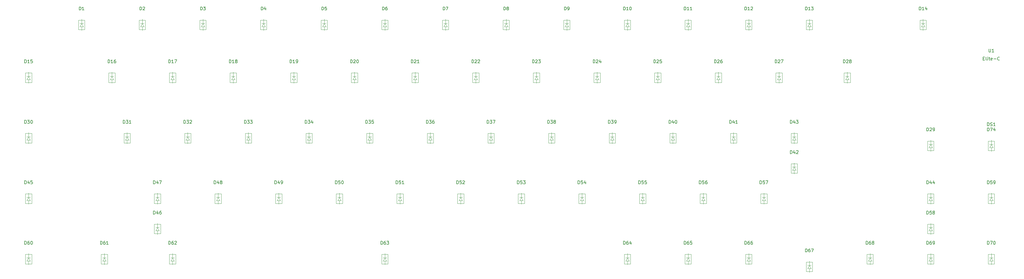
<source format=gbr>
%TF.GenerationSoftware,KiCad,Pcbnew,(6.0.1)*%
%TF.CreationDate,2022-02-08T18:35:09-05:00*%
%TF.ProjectId,GanJing 65 rev 2 hotswap,47616e4a-696e-4672-9036-352072657620,2*%
%TF.SameCoordinates,Original*%
%TF.FileFunction,Legend,Top*%
%TF.FilePolarity,Positive*%
%FSLAX46Y46*%
G04 Gerber Fmt 4.6, Leading zero omitted, Abs format (unit mm)*
G04 Created by KiCad (PCBNEW (6.0.1)) date 2022-02-08 18:35:09*
%MOMM*%
%LPD*%
G01*
G04 APERTURE LIST*
%ADD10C,0.150000*%
%ADD11C,0.120000*%
G04 APERTURE END LIST*
D10*
%TO.C,D1*%
X68318154Y-97766130D02*
X68318154Y-96766130D01*
X68556250Y-96766130D01*
X68699107Y-96813750D01*
X68794345Y-96908988D01*
X68841964Y-97004226D01*
X68889583Y-97194702D01*
X68889583Y-97337559D01*
X68841964Y-97528035D01*
X68794345Y-97623273D01*
X68699107Y-97718511D01*
X68556250Y-97766130D01*
X68318154Y-97766130D01*
X69841964Y-97766130D02*
X69270535Y-97766130D01*
X69556250Y-97766130D02*
X69556250Y-96766130D01*
X69461011Y-96908988D01*
X69365773Y-97004226D01*
X69270535Y-97051845D01*
%TO.C,D2*%
X87368154Y-97766130D02*
X87368154Y-96766130D01*
X87606250Y-96766130D01*
X87749107Y-96813750D01*
X87844345Y-96908988D01*
X87891964Y-97004226D01*
X87939583Y-97194702D01*
X87939583Y-97337559D01*
X87891964Y-97528035D01*
X87844345Y-97623273D01*
X87749107Y-97718511D01*
X87606250Y-97766130D01*
X87368154Y-97766130D01*
X88320535Y-96861369D02*
X88368154Y-96813750D01*
X88463392Y-96766130D01*
X88701488Y-96766130D01*
X88796726Y-96813750D01*
X88844345Y-96861369D01*
X88891964Y-96956607D01*
X88891964Y-97051845D01*
X88844345Y-97194702D01*
X88272916Y-97766130D01*
X88891964Y-97766130D01*
%TO.C,D3*%
X106418154Y-97766130D02*
X106418154Y-96766130D01*
X106656250Y-96766130D01*
X106799107Y-96813750D01*
X106894345Y-96908988D01*
X106941964Y-97004226D01*
X106989583Y-97194702D01*
X106989583Y-97337559D01*
X106941964Y-97528035D01*
X106894345Y-97623273D01*
X106799107Y-97718511D01*
X106656250Y-97766130D01*
X106418154Y-97766130D01*
X107322916Y-96766130D02*
X107941964Y-96766130D01*
X107608630Y-97147083D01*
X107751488Y-97147083D01*
X107846726Y-97194702D01*
X107894345Y-97242321D01*
X107941964Y-97337559D01*
X107941964Y-97575654D01*
X107894345Y-97670892D01*
X107846726Y-97718511D01*
X107751488Y-97766130D01*
X107465773Y-97766130D01*
X107370535Y-97718511D01*
X107322916Y-97670892D01*
%TO.C,D4*%
X125468154Y-97766130D02*
X125468154Y-96766130D01*
X125706250Y-96766130D01*
X125849107Y-96813750D01*
X125944345Y-96908988D01*
X125991964Y-97004226D01*
X126039583Y-97194702D01*
X126039583Y-97337559D01*
X125991964Y-97528035D01*
X125944345Y-97623273D01*
X125849107Y-97718511D01*
X125706250Y-97766130D01*
X125468154Y-97766130D01*
X126896726Y-97099464D02*
X126896726Y-97766130D01*
X126658630Y-96718511D02*
X126420535Y-97432797D01*
X127039583Y-97432797D01*
%TO.C,D5*%
X144518154Y-97766130D02*
X144518154Y-96766130D01*
X144756250Y-96766130D01*
X144899107Y-96813750D01*
X144994345Y-96908988D01*
X145041964Y-97004226D01*
X145089583Y-97194702D01*
X145089583Y-97337559D01*
X145041964Y-97528035D01*
X144994345Y-97623273D01*
X144899107Y-97718511D01*
X144756250Y-97766130D01*
X144518154Y-97766130D01*
X145994345Y-96766130D02*
X145518154Y-96766130D01*
X145470535Y-97242321D01*
X145518154Y-97194702D01*
X145613392Y-97147083D01*
X145851488Y-97147083D01*
X145946726Y-97194702D01*
X145994345Y-97242321D01*
X146041964Y-97337559D01*
X146041964Y-97575654D01*
X145994345Y-97670892D01*
X145946726Y-97718511D01*
X145851488Y-97766130D01*
X145613392Y-97766130D01*
X145518154Y-97718511D01*
X145470535Y-97670892D01*
%TO.C,D6*%
X163568154Y-97766130D02*
X163568154Y-96766130D01*
X163806250Y-96766130D01*
X163949107Y-96813750D01*
X164044345Y-96908988D01*
X164091964Y-97004226D01*
X164139583Y-97194702D01*
X164139583Y-97337559D01*
X164091964Y-97528035D01*
X164044345Y-97623273D01*
X163949107Y-97718511D01*
X163806250Y-97766130D01*
X163568154Y-97766130D01*
X164996726Y-96766130D02*
X164806250Y-96766130D01*
X164711011Y-96813750D01*
X164663392Y-96861369D01*
X164568154Y-97004226D01*
X164520535Y-97194702D01*
X164520535Y-97575654D01*
X164568154Y-97670892D01*
X164615773Y-97718511D01*
X164711011Y-97766130D01*
X164901488Y-97766130D01*
X164996726Y-97718511D01*
X165044345Y-97670892D01*
X165091964Y-97575654D01*
X165091964Y-97337559D01*
X165044345Y-97242321D01*
X164996726Y-97194702D01*
X164901488Y-97147083D01*
X164711011Y-97147083D01*
X164615773Y-97194702D01*
X164568154Y-97242321D01*
X164520535Y-97337559D01*
%TO.C,D7*%
X182618154Y-97766130D02*
X182618154Y-96766130D01*
X182856250Y-96766130D01*
X182999107Y-96813750D01*
X183094345Y-96908988D01*
X183141964Y-97004226D01*
X183189583Y-97194702D01*
X183189583Y-97337559D01*
X183141964Y-97528035D01*
X183094345Y-97623273D01*
X182999107Y-97718511D01*
X182856250Y-97766130D01*
X182618154Y-97766130D01*
X183522916Y-96766130D02*
X184189583Y-96766130D01*
X183761011Y-97766130D01*
%TO.C,D8*%
X201668154Y-97766130D02*
X201668154Y-96766130D01*
X201906250Y-96766130D01*
X202049107Y-96813750D01*
X202144345Y-96908988D01*
X202191964Y-97004226D01*
X202239583Y-97194702D01*
X202239583Y-97337559D01*
X202191964Y-97528035D01*
X202144345Y-97623273D01*
X202049107Y-97718511D01*
X201906250Y-97766130D01*
X201668154Y-97766130D01*
X202811011Y-97194702D02*
X202715773Y-97147083D01*
X202668154Y-97099464D01*
X202620535Y-97004226D01*
X202620535Y-96956607D01*
X202668154Y-96861369D01*
X202715773Y-96813750D01*
X202811011Y-96766130D01*
X203001488Y-96766130D01*
X203096726Y-96813750D01*
X203144345Y-96861369D01*
X203191964Y-96956607D01*
X203191964Y-97004226D01*
X203144345Y-97099464D01*
X203096726Y-97147083D01*
X203001488Y-97194702D01*
X202811011Y-97194702D01*
X202715773Y-97242321D01*
X202668154Y-97289940D01*
X202620535Y-97385178D01*
X202620535Y-97575654D01*
X202668154Y-97670892D01*
X202715773Y-97718511D01*
X202811011Y-97766130D01*
X203001488Y-97766130D01*
X203096726Y-97718511D01*
X203144345Y-97670892D01*
X203191964Y-97575654D01*
X203191964Y-97385178D01*
X203144345Y-97289940D01*
X203096726Y-97242321D01*
X203001488Y-97194702D01*
%TO.C,D9*%
X220718154Y-97766130D02*
X220718154Y-96766130D01*
X220956250Y-96766130D01*
X221099107Y-96813750D01*
X221194345Y-96908988D01*
X221241964Y-97004226D01*
X221289583Y-97194702D01*
X221289583Y-97337559D01*
X221241964Y-97528035D01*
X221194345Y-97623273D01*
X221099107Y-97718511D01*
X220956250Y-97766130D01*
X220718154Y-97766130D01*
X221765773Y-97766130D02*
X221956250Y-97766130D01*
X222051488Y-97718511D01*
X222099107Y-97670892D01*
X222194345Y-97528035D01*
X222241964Y-97337559D01*
X222241964Y-96956607D01*
X222194345Y-96861369D01*
X222146726Y-96813750D01*
X222051488Y-96766130D01*
X221861011Y-96766130D01*
X221765773Y-96813750D01*
X221718154Y-96861369D01*
X221670535Y-96956607D01*
X221670535Y-97194702D01*
X221718154Y-97289940D01*
X221765773Y-97337559D01*
X221861011Y-97385178D01*
X222051488Y-97385178D01*
X222146726Y-97337559D01*
X222194345Y-97289940D01*
X222241964Y-97194702D01*
%TO.C,D10*%
X239291964Y-97766130D02*
X239291964Y-96766130D01*
X239530059Y-96766130D01*
X239672916Y-96813750D01*
X239768154Y-96908988D01*
X239815773Y-97004226D01*
X239863392Y-97194702D01*
X239863392Y-97337559D01*
X239815773Y-97528035D01*
X239768154Y-97623273D01*
X239672916Y-97718511D01*
X239530059Y-97766130D01*
X239291964Y-97766130D01*
X240815773Y-97766130D02*
X240244345Y-97766130D01*
X240530059Y-97766130D02*
X240530059Y-96766130D01*
X240434821Y-96908988D01*
X240339583Y-97004226D01*
X240244345Y-97051845D01*
X241434821Y-96766130D02*
X241530059Y-96766130D01*
X241625297Y-96813750D01*
X241672916Y-96861369D01*
X241720535Y-96956607D01*
X241768154Y-97147083D01*
X241768154Y-97385178D01*
X241720535Y-97575654D01*
X241672916Y-97670892D01*
X241625297Y-97718511D01*
X241530059Y-97766130D01*
X241434821Y-97766130D01*
X241339583Y-97718511D01*
X241291964Y-97670892D01*
X241244345Y-97575654D01*
X241196726Y-97385178D01*
X241196726Y-97147083D01*
X241244345Y-96956607D01*
X241291964Y-96861369D01*
X241339583Y-96813750D01*
X241434821Y-96766130D01*
%TO.C,D11*%
X258341964Y-97766130D02*
X258341964Y-96766130D01*
X258580059Y-96766130D01*
X258722916Y-96813750D01*
X258818154Y-96908988D01*
X258865773Y-97004226D01*
X258913392Y-97194702D01*
X258913392Y-97337559D01*
X258865773Y-97528035D01*
X258818154Y-97623273D01*
X258722916Y-97718511D01*
X258580059Y-97766130D01*
X258341964Y-97766130D01*
X259865773Y-97766130D02*
X259294345Y-97766130D01*
X259580059Y-97766130D02*
X259580059Y-96766130D01*
X259484821Y-96908988D01*
X259389583Y-97004226D01*
X259294345Y-97051845D01*
X260818154Y-97766130D02*
X260246726Y-97766130D01*
X260532440Y-97766130D02*
X260532440Y-96766130D01*
X260437202Y-96908988D01*
X260341964Y-97004226D01*
X260246726Y-97051845D01*
%TO.C,D12*%
X277391964Y-97766130D02*
X277391964Y-96766130D01*
X277630059Y-96766130D01*
X277772916Y-96813750D01*
X277868154Y-96908988D01*
X277915773Y-97004226D01*
X277963392Y-97194702D01*
X277963392Y-97337559D01*
X277915773Y-97528035D01*
X277868154Y-97623273D01*
X277772916Y-97718511D01*
X277630059Y-97766130D01*
X277391964Y-97766130D01*
X278915773Y-97766130D02*
X278344345Y-97766130D01*
X278630059Y-97766130D02*
X278630059Y-96766130D01*
X278534821Y-96908988D01*
X278439583Y-97004226D01*
X278344345Y-97051845D01*
X279296726Y-96861369D02*
X279344345Y-96813750D01*
X279439583Y-96766130D01*
X279677678Y-96766130D01*
X279772916Y-96813750D01*
X279820535Y-96861369D01*
X279868154Y-96956607D01*
X279868154Y-97051845D01*
X279820535Y-97194702D01*
X279249107Y-97766130D01*
X279868154Y-97766130D01*
%TO.C,D13*%
X296441964Y-97766130D02*
X296441964Y-96766130D01*
X296680059Y-96766130D01*
X296822916Y-96813750D01*
X296918154Y-96908988D01*
X296965773Y-97004226D01*
X297013392Y-97194702D01*
X297013392Y-97337559D01*
X296965773Y-97528035D01*
X296918154Y-97623273D01*
X296822916Y-97718511D01*
X296680059Y-97766130D01*
X296441964Y-97766130D01*
X297965773Y-97766130D02*
X297394345Y-97766130D01*
X297680059Y-97766130D02*
X297680059Y-96766130D01*
X297584821Y-96908988D01*
X297489583Y-97004226D01*
X297394345Y-97051845D01*
X298299107Y-96766130D02*
X298918154Y-96766130D01*
X298584821Y-97147083D01*
X298727678Y-97147083D01*
X298822916Y-97194702D01*
X298870535Y-97242321D01*
X298918154Y-97337559D01*
X298918154Y-97575654D01*
X298870535Y-97670892D01*
X298822916Y-97718511D01*
X298727678Y-97766130D01*
X298441964Y-97766130D01*
X298346726Y-97718511D01*
X298299107Y-97670892D01*
%TO.C,D14*%
X332160714Y-97766130D02*
X332160714Y-96766130D01*
X332398809Y-96766130D01*
X332541666Y-96813750D01*
X332636904Y-96908988D01*
X332684523Y-97004226D01*
X332732142Y-97194702D01*
X332732142Y-97337559D01*
X332684523Y-97528035D01*
X332636904Y-97623273D01*
X332541666Y-97718511D01*
X332398809Y-97766130D01*
X332160714Y-97766130D01*
X333684523Y-97766130D02*
X333113095Y-97766130D01*
X333398809Y-97766130D02*
X333398809Y-96766130D01*
X333303571Y-96908988D01*
X333208333Y-97004226D01*
X333113095Y-97051845D01*
X334541666Y-97099464D02*
X334541666Y-97766130D01*
X334303571Y-96718511D02*
X334065476Y-97432797D01*
X334684523Y-97432797D01*
%TO.C,D15*%
X51173214Y-114434880D02*
X51173214Y-113434880D01*
X51411309Y-113434880D01*
X51554166Y-113482500D01*
X51649404Y-113577738D01*
X51697023Y-113672976D01*
X51744642Y-113863452D01*
X51744642Y-114006309D01*
X51697023Y-114196785D01*
X51649404Y-114292023D01*
X51554166Y-114387261D01*
X51411309Y-114434880D01*
X51173214Y-114434880D01*
X52697023Y-114434880D02*
X52125595Y-114434880D01*
X52411309Y-114434880D02*
X52411309Y-113434880D01*
X52316071Y-113577738D01*
X52220833Y-113672976D01*
X52125595Y-113720595D01*
X53601785Y-113434880D02*
X53125595Y-113434880D01*
X53077976Y-113911071D01*
X53125595Y-113863452D01*
X53220833Y-113815833D01*
X53458928Y-113815833D01*
X53554166Y-113863452D01*
X53601785Y-113911071D01*
X53649404Y-114006309D01*
X53649404Y-114244404D01*
X53601785Y-114339642D01*
X53554166Y-114387261D01*
X53458928Y-114434880D01*
X53220833Y-114434880D01*
X53125595Y-114387261D01*
X53077976Y-114339642D01*
%TO.C,D16*%
X77366964Y-114434880D02*
X77366964Y-113434880D01*
X77605059Y-113434880D01*
X77747916Y-113482500D01*
X77843154Y-113577738D01*
X77890773Y-113672976D01*
X77938392Y-113863452D01*
X77938392Y-114006309D01*
X77890773Y-114196785D01*
X77843154Y-114292023D01*
X77747916Y-114387261D01*
X77605059Y-114434880D01*
X77366964Y-114434880D01*
X78890773Y-114434880D02*
X78319345Y-114434880D01*
X78605059Y-114434880D02*
X78605059Y-113434880D01*
X78509821Y-113577738D01*
X78414583Y-113672976D01*
X78319345Y-113720595D01*
X79747916Y-113434880D02*
X79557440Y-113434880D01*
X79462202Y-113482500D01*
X79414583Y-113530119D01*
X79319345Y-113672976D01*
X79271726Y-113863452D01*
X79271726Y-114244404D01*
X79319345Y-114339642D01*
X79366964Y-114387261D01*
X79462202Y-114434880D01*
X79652678Y-114434880D01*
X79747916Y-114387261D01*
X79795535Y-114339642D01*
X79843154Y-114244404D01*
X79843154Y-114006309D01*
X79795535Y-113911071D01*
X79747916Y-113863452D01*
X79652678Y-113815833D01*
X79462202Y-113815833D01*
X79366964Y-113863452D01*
X79319345Y-113911071D01*
X79271726Y-114006309D01*
%TO.C,D17*%
X96416964Y-114434880D02*
X96416964Y-113434880D01*
X96655059Y-113434880D01*
X96797916Y-113482500D01*
X96893154Y-113577738D01*
X96940773Y-113672976D01*
X96988392Y-113863452D01*
X96988392Y-114006309D01*
X96940773Y-114196785D01*
X96893154Y-114292023D01*
X96797916Y-114387261D01*
X96655059Y-114434880D01*
X96416964Y-114434880D01*
X97940773Y-114434880D02*
X97369345Y-114434880D01*
X97655059Y-114434880D02*
X97655059Y-113434880D01*
X97559821Y-113577738D01*
X97464583Y-113672976D01*
X97369345Y-113720595D01*
X98274107Y-113434880D02*
X98940773Y-113434880D01*
X98512202Y-114434880D01*
%TO.C,D18*%
X115466964Y-114434880D02*
X115466964Y-113434880D01*
X115705059Y-113434880D01*
X115847916Y-113482500D01*
X115943154Y-113577738D01*
X115990773Y-113672976D01*
X116038392Y-113863452D01*
X116038392Y-114006309D01*
X115990773Y-114196785D01*
X115943154Y-114292023D01*
X115847916Y-114387261D01*
X115705059Y-114434880D01*
X115466964Y-114434880D01*
X116990773Y-114434880D02*
X116419345Y-114434880D01*
X116705059Y-114434880D02*
X116705059Y-113434880D01*
X116609821Y-113577738D01*
X116514583Y-113672976D01*
X116419345Y-113720595D01*
X117562202Y-113863452D02*
X117466964Y-113815833D01*
X117419345Y-113768214D01*
X117371726Y-113672976D01*
X117371726Y-113625357D01*
X117419345Y-113530119D01*
X117466964Y-113482500D01*
X117562202Y-113434880D01*
X117752678Y-113434880D01*
X117847916Y-113482500D01*
X117895535Y-113530119D01*
X117943154Y-113625357D01*
X117943154Y-113672976D01*
X117895535Y-113768214D01*
X117847916Y-113815833D01*
X117752678Y-113863452D01*
X117562202Y-113863452D01*
X117466964Y-113911071D01*
X117419345Y-113958690D01*
X117371726Y-114053928D01*
X117371726Y-114244404D01*
X117419345Y-114339642D01*
X117466964Y-114387261D01*
X117562202Y-114434880D01*
X117752678Y-114434880D01*
X117847916Y-114387261D01*
X117895535Y-114339642D01*
X117943154Y-114244404D01*
X117943154Y-114053928D01*
X117895535Y-113958690D01*
X117847916Y-113911071D01*
X117752678Y-113863452D01*
%TO.C,D19*%
X134516964Y-114434880D02*
X134516964Y-113434880D01*
X134755059Y-113434880D01*
X134897916Y-113482500D01*
X134993154Y-113577738D01*
X135040773Y-113672976D01*
X135088392Y-113863452D01*
X135088392Y-114006309D01*
X135040773Y-114196785D01*
X134993154Y-114292023D01*
X134897916Y-114387261D01*
X134755059Y-114434880D01*
X134516964Y-114434880D01*
X136040773Y-114434880D02*
X135469345Y-114434880D01*
X135755059Y-114434880D02*
X135755059Y-113434880D01*
X135659821Y-113577738D01*
X135564583Y-113672976D01*
X135469345Y-113720595D01*
X136516964Y-114434880D02*
X136707440Y-114434880D01*
X136802678Y-114387261D01*
X136850297Y-114339642D01*
X136945535Y-114196785D01*
X136993154Y-114006309D01*
X136993154Y-113625357D01*
X136945535Y-113530119D01*
X136897916Y-113482500D01*
X136802678Y-113434880D01*
X136612202Y-113434880D01*
X136516964Y-113482500D01*
X136469345Y-113530119D01*
X136421726Y-113625357D01*
X136421726Y-113863452D01*
X136469345Y-113958690D01*
X136516964Y-114006309D01*
X136612202Y-114053928D01*
X136802678Y-114053928D01*
X136897916Y-114006309D01*
X136945535Y-113958690D01*
X136993154Y-113863452D01*
%TO.C,D20*%
X153566964Y-114434880D02*
X153566964Y-113434880D01*
X153805059Y-113434880D01*
X153947916Y-113482500D01*
X154043154Y-113577738D01*
X154090773Y-113672976D01*
X154138392Y-113863452D01*
X154138392Y-114006309D01*
X154090773Y-114196785D01*
X154043154Y-114292023D01*
X153947916Y-114387261D01*
X153805059Y-114434880D01*
X153566964Y-114434880D01*
X154519345Y-113530119D02*
X154566964Y-113482500D01*
X154662202Y-113434880D01*
X154900297Y-113434880D01*
X154995535Y-113482500D01*
X155043154Y-113530119D01*
X155090773Y-113625357D01*
X155090773Y-113720595D01*
X155043154Y-113863452D01*
X154471726Y-114434880D01*
X155090773Y-114434880D01*
X155709821Y-113434880D02*
X155805059Y-113434880D01*
X155900297Y-113482500D01*
X155947916Y-113530119D01*
X155995535Y-113625357D01*
X156043154Y-113815833D01*
X156043154Y-114053928D01*
X155995535Y-114244404D01*
X155947916Y-114339642D01*
X155900297Y-114387261D01*
X155805059Y-114434880D01*
X155709821Y-114434880D01*
X155614583Y-114387261D01*
X155566964Y-114339642D01*
X155519345Y-114244404D01*
X155471726Y-114053928D01*
X155471726Y-113815833D01*
X155519345Y-113625357D01*
X155566964Y-113530119D01*
X155614583Y-113482500D01*
X155709821Y-113434880D01*
%TO.C,D21*%
X172616964Y-114434880D02*
X172616964Y-113434880D01*
X172855059Y-113434880D01*
X172997916Y-113482500D01*
X173093154Y-113577738D01*
X173140773Y-113672976D01*
X173188392Y-113863452D01*
X173188392Y-114006309D01*
X173140773Y-114196785D01*
X173093154Y-114292023D01*
X172997916Y-114387261D01*
X172855059Y-114434880D01*
X172616964Y-114434880D01*
X173569345Y-113530119D02*
X173616964Y-113482500D01*
X173712202Y-113434880D01*
X173950297Y-113434880D01*
X174045535Y-113482500D01*
X174093154Y-113530119D01*
X174140773Y-113625357D01*
X174140773Y-113720595D01*
X174093154Y-113863452D01*
X173521726Y-114434880D01*
X174140773Y-114434880D01*
X175093154Y-114434880D02*
X174521726Y-114434880D01*
X174807440Y-114434880D02*
X174807440Y-113434880D01*
X174712202Y-113577738D01*
X174616964Y-113672976D01*
X174521726Y-113720595D01*
%TO.C,D22*%
X191666964Y-114434880D02*
X191666964Y-113434880D01*
X191905059Y-113434880D01*
X192047916Y-113482500D01*
X192143154Y-113577738D01*
X192190773Y-113672976D01*
X192238392Y-113863452D01*
X192238392Y-114006309D01*
X192190773Y-114196785D01*
X192143154Y-114292023D01*
X192047916Y-114387261D01*
X191905059Y-114434880D01*
X191666964Y-114434880D01*
X192619345Y-113530119D02*
X192666964Y-113482500D01*
X192762202Y-113434880D01*
X193000297Y-113434880D01*
X193095535Y-113482500D01*
X193143154Y-113530119D01*
X193190773Y-113625357D01*
X193190773Y-113720595D01*
X193143154Y-113863452D01*
X192571726Y-114434880D01*
X193190773Y-114434880D01*
X193571726Y-113530119D02*
X193619345Y-113482500D01*
X193714583Y-113434880D01*
X193952678Y-113434880D01*
X194047916Y-113482500D01*
X194095535Y-113530119D01*
X194143154Y-113625357D01*
X194143154Y-113720595D01*
X194095535Y-113863452D01*
X193524107Y-114434880D01*
X194143154Y-114434880D01*
%TO.C,D23*%
X210716964Y-114434880D02*
X210716964Y-113434880D01*
X210955059Y-113434880D01*
X211097916Y-113482500D01*
X211193154Y-113577738D01*
X211240773Y-113672976D01*
X211288392Y-113863452D01*
X211288392Y-114006309D01*
X211240773Y-114196785D01*
X211193154Y-114292023D01*
X211097916Y-114387261D01*
X210955059Y-114434880D01*
X210716964Y-114434880D01*
X211669345Y-113530119D02*
X211716964Y-113482500D01*
X211812202Y-113434880D01*
X212050297Y-113434880D01*
X212145535Y-113482500D01*
X212193154Y-113530119D01*
X212240773Y-113625357D01*
X212240773Y-113720595D01*
X212193154Y-113863452D01*
X211621726Y-114434880D01*
X212240773Y-114434880D01*
X212574107Y-113434880D02*
X213193154Y-113434880D01*
X212859821Y-113815833D01*
X213002678Y-113815833D01*
X213097916Y-113863452D01*
X213145535Y-113911071D01*
X213193154Y-114006309D01*
X213193154Y-114244404D01*
X213145535Y-114339642D01*
X213097916Y-114387261D01*
X213002678Y-114434880D01*
X212716964Y-114434880D01*
X212621726Y-114387261D01*
X212574107Y-114339642D01*
%TO.C,D24*%
X229766964Y-114434880D02*
X229766964Y-113434880D01*
X230005059Y-113434880D01*
X230147916Y-113482500D01*
X230243154Y-113577738D01*
X230290773Y-113672976D01*
X230338392Y-113863452D01*
X230338392Y-114006309D01*
X230290773Y-114196785D01*
X230243154Y-114292023D01*
X230147916Y-114387261D01*
X230005059Y-114434880D01*
X229766964Y-114434880D01*
X230719345Y-113530119D02*
X230766964Y-113482500D01*
X230862202Y-113434880D01*
X231100297Y-113434880D01*
X231195535Y-113482500D01*
X231243154Y-113530119D01*
X231290773Y-113625357D01*
X231290773Y-113720595D01*
X231243154Y-113863452D01*
X230671726Y-114434880D01*
X231290773Y-114434880D01*
X232147916Y-113768214D02*
X232147916Y-114434880D01*
X231909821Y-113387261D02*
X231671726Y-114101547D01*
X232290773Y-114101547D01*
%TO.C,D25*%
X248816964Y-114434880D02*
X248816964Y-113434880D01*
X249055059Y-113434880D01*
X249197916Y-113482500D01*
X249293154Y-113577738D01*
X249340773Y-113672976D01*
X249388392Y-113863452D01*
X249388392Y-114006309D01*
X249340773Y-114196785D01*
X249293154Y-114292023D01*
X249197916Y-114387261D01*
X249055059Y-114434880D01*
X248816964Y-114434880D01*
X249769345Y-113530119D02*
X249816964Y-113482500D01*
X249912202Y-113434880D01*
X250150297Y-113434880D01*
X250245535Y-113482500D01*
X250293154Y-113530119D01*
X250340773Y-113625357D01*
X250340773Y-113720595D01*
X250293154Y-113863452D01*
X249721726Y-114434880D01*
X250340773Y-114434880D01*
X251245535Y-113434880D02*
X250769345Y-113434880D01*
X250721726Y-113911071D01*
X250769345Y-113863452D01*
X250864583Y-113815833D01*
X251102678Y-113815833D01*
X251197916Y-113863452D01*
X251245535Y-113911071D01*
X251293154Y-114006309D01*
X251293154Y-114244404D01*
X251245535Y-114339642D01*
X251197916Y-114387261D01*
X251102678Y-114434880D01*
X250864583Y-114434880D01*
X250769345Y-114387261D01*
X250721726Y-114339642D01*
%TO.C,D26*%
X267866964Y-114434880D02*
X267866964Y-113434880D01*
X268105059Y-113434880D01*
X268247916Y-113482500D01*
X268343154Y-113577738D01*
X268390773Y-113672976D01*
X268438392Y-113863452D01*
X268438392Y-114006309D01*
X268390773Y-114196785D01*
X268343154Y-114292023D01*
X268247916Y-114387261D01*
X268105059Y-114434880D01*
X267866964Y-114434880D01*
X268819345Y-113530119D02*
X268866964Y-113482500D01*
X268962202Y-113434880D01*
X269200297Y-113434880D01*
X269295535Y-113482500D01*
X269343154Y-113530119D01*
X269390773Y-113625357D01*
X269390773Y-113720595D01*
X269343154Y-113863452D01*
X268771726Y-114434880D01*
X269390773Y-114434880D01*
X270247916Y-113434880D02*
X270057440Y-113434880D01*
X269962202Y-113482500D01*
X269914583Y-113530119D01*
X269819345Y-113672976D01*
X269771726Y-113863452D01*
X269771726Y-114244404D01*
X269819345Y-114339642D01*
X269866964Y-114387261D01*
X269962202Y-114434880D01*
X270152678Y-114434880D01*
X270247916Y-114387261D01*
X270295535Y-114339642D01*
X270343154Y-114244404D01*
X270343154Y-114006309D01*
X270295535Y-113911071D01*
X270247916Y-113863452D01*
X270152678Y-113815833D01*
X269962202Y-113815833D01*
X269866964Y-113863452D01*
X269819345Y-113911071D01*
X269771726Y-114006309D01*
%TO.C,D27*%
X286916964Y-114434880D02*
X286916964Y-113434880D01*
X287155059Y-113434880D01*
X287297916Y-113482500D01*
X287393154Y-113577738D01*
X287440773Y-113672976D01*
X287488392Y-113863452D01*
X287488392Y-114006309D01*
X287440773Y-114196785D01*
X287393154Y-114292023D01*
X287297916Y-114387261D01*
X287155059Y-114434880D01*
X286916964Y-114434880D01*
X287869345Y-113530119D02*
X287916964Y-113482500D01*
X288012202Y-113434880D01*
X288250297Y-113434880D01*
X288345535Y-113482500D01*
X288393154Y-113530119D01*
X288440773Y-113625357D01*
X288440773Y-113720595D01*
X288393154Y-113863452D01*
X287821726Y-114434880D01*
X288440773Y-114434880D01*
X288774107Y-113434880D02*
X289440773Y-113434880D01*
X289012202Y-114434880D01*
%TO.C,D28*%
X308348214Y-114434880D02*
X308348214Y-113434880D01*
X308586309Y-113434880D01*
X308729166Y-113482500D01*
X308824404Y-113577738D01*
X308872023Y-113672976D01*
X308919642Y-113863452D01*
X308919642Y-114006309D01*
X308872023Y-114196785D01*
X308824404Y-114292023D01*
X308729166Y-114387261D01*
X308586309Y-114434880D01*
X308348214Y-114434880D01*
X309300595Y-113530119D02*
X309348214Y-113482500D01*
X309443452Y-113434880D01*
X309681547Y-113434880D01*
X309776785Y-113482500D01*
X309824404Y-113530119D01*
X309872023Y-113625357D01*
X309872023Y-113720595D01*
X309824404Y-113863452D01*
X309252976Y-114434880D01*
X309872023Y-114434880D01*
X310443452Y-113863452D02*
X310348214Y-113815833D01*
X310300595Y-113768214D01*
X310252976Y-113672976D01*
X310252976Y-113625357D01*
X310300595Y-113530119D01*
X310348214Y-113482500D01*
X310443452Y-113434880D01*
X310633928Y-113434880D01*
X310729166Y-113482500D01*
X310776785Y-113530119D01*
X310824404Y-113625357D01*
X310824404Y-113672976D01*
X310776785Y-113768214D01*
X310729166Y-113815833D01*
X310633928Y-113863452D01*
X310443452Y-113863452D01*
X310348214Y-113911071D01*
X310300595Y-113958690D01*
X310252976Y-114053928D01*
X310252976Y-114244404D01*
X310300595Y-114339642D01*
X310348214Y-114387261D01*
X310443452Y-114434880D01*
X310633928Y-114434880D01*
X310729166Y-114387261D01*
X310776785Y-114339642D01*
X310824404Y-114244404D01*
X310824404Y-114053928D01*
X310776785Y-113958690D01*
X310729166Y-113911071D01*
X310633928Y-113863452D01*
%TO.C,D29*%
X334541964Y-135866130D02*
X334541964Y-134866130D01*
X334780059Y-134866130D01*
X334922916Y-134913750D01*
X335018154Y-135008988D01*
X335065773Y-135104226D01*
X335113392Y-135294702D01*
X335113392Y-135437559D01*
X335065773Y-135628035D01*
X335018154Y-135723273D01*
X334922916Y-135818511D01*
X334780059Y-135866130D01*
X334541964Y-135866130D01*
X335494345Y-134961369D02*
X335541964Y-134913750D01*
X335637202Y-134866130D01*
X335875297Y-134866130D01*
X335970535Y-134913750D01*
X336018154Y-134961369D01*
X336065773Y-135056607D01*
X336065773Y-135151845D01*
X336018154Y-135294702D01*
X335446726Y-135866130D01*
X336065773Y-135866130D01*
X336541964Y-135866130D02*
X336732440Y-135866130D01*
X336827678Y-135818511D01*
X336875297Y-135770892D01*
X336970535Y-135628035D01*
X337018154Y-135437559D01*
X337018154Y-135056607D01*
X336970535Y-134961369D01*
X336922916Y-134913750D01*
X336827678Y-134866130D01*
X336637202Y-134866130D01*
X336541964Y-134913750D01*
X336494345Y-134961369D01*
X336446726Y-135056607D01*
X336446726Y-135294702D01*
X336494345Y-135389940D01*
X336541964Y-135437559D01*
X336637202Y-135485178D01*
X336827678Y-135485178D01*
X336922916Y-135437559D01*
X336970535Y-135389940D01*
X337018154Y-135294702D01*
%TO.C,D30*%
X51173214Y-133484880D02*
X51173214Y-132484880D01*
X51411309Y-132484880D01*
X51554166Y-132532500D01*
X51649404Y-132627738D01*
X51697023Y-132722976D01*
X51744642Y-132913452D01*
X51744642Y-133056309D01*
X51697023Y-133246785D01*
X51649404Y-133342023D01*
X51554166Y-133437261D01*
X51411309Y-133484880D01*
X51173214Y-133484880D01*
X52077976Y-132484880D02*
X52697023Y-132484880D01*
X52363690Y-132865833D01*
X52506547Y-132865833D01*
X52601785Y-132913452D01*
X52649404Y-132961071D01*
X52697023Y-133056309D01*
X52697023Y-133294404D01*
X52649404Y-133389642D01*
X52601785Y-133437261D01*
X52506547Y-133484880D01*
X52220833Y-133484880D01*
X52125595Y-133437261D01*
X52077976Y-133389642D01*
X53316071Y-132484880D02*
X53411309Y-132484880D01*
X53506547Y-132532500D01*
X53554166Y-132580119D01*
X53601785Y-132675357D01*
X53649404Y-132865833D01*
X53649404Y-133103928D01*
X53601785Y-133294404D01*
X53554166Y-133389642D01*
X53506547Y-133437261D01*
X53411309Y-133484880D01*
X53316071Y-133484880D01*
X53220833Y-133437261D01*
X53173214Y-133389642D01*
X53125595Y-133294404D01*
X53077976Y-133103928D01*
X53077976Y-132865833D01*
X53125595Y-132675357D01*
X53173214Y-132580119D01*
X53220833Y-132532500D01*
X53316071Y-132484880D01*
%TO.C,D31*%
X82129464Y-133484880D02*
X82129464Y-132484880D01*
X82367559Y-132484880D01*
X82510416Y-132532500D01*
X82605654Y-132627738D01*
X82653273Y-132722976D01*
X82700892Y-132913452D01*
X82700892Y-133056309D01*
X82653273Y-133246785D01*
X82605654Y-133342023D01*
X82510416Y-133437261D01*
X82367559Y-133484880D01*
X82129464Y-133484880D01*
X83034226Y-132484880D02*
X83653273Y-132484880D01*
X83319940Y-132865833D01*
X83462797Y-132865833D01*
X83558035Y-132913452D01*
X83605654Y-132961071D01*
X83653273Y-133056309D01*
X83653273Y-133294404D01*
X83605654Y-133389642D01*
X83558035Y-133437261D01*
X83462797Y-133484880D01*
X83177083Y-133484880D01*
X83081845Y-133437261D01*
X83034226Y-133389642D01*
X84605654Y-133484880D02*
X84034226Y-133484880D01*
X84319940Y-133484880D02*
X84319940Y-132484880D01*
X84224702Y-132627738D01*
X84129464Y-132722976D01*
X84034226Y-132770595D01*
%TO.C,D32*%
X101179464Y-133484880D02*
X101179464Y-132484880D01*
X101417559Y-132484880D01*
X101560416Y-132532500D01*
X101655654Y-132627738D01*
X101703273Y-132722976D01*
X101750892Y-132913452D01*
X101750892Y-133056309D01*
X101703273Y-133246785D01*
X101655654Y-133342023D01*
X101560416Y-133437261D01*
X101417559Y-133484880D01*
X101179464Y-133484880D01*
X102084226Y-132484880D02*
X102703273Y-132484880D01*
X102369940Y-132865833D01*
X102512797Y-132865833D01*
X102608035Y-132913452D01*
X102655654Y-132961071D01*
X102703273Y-133056309D01*
X102703273Y-133294404D01*
X102655654Y-133389642D01*
X102608035Y-133437261D01*
X102512797Y-133484880D01*
X102227083Y-133484880D01*
X102131845Y-133437261D01*
X102084226Y-133389642D01*
X103084226Y-132580119D02*
X103131845Y-132532500D01*
X103227083Y-132484880D01*
X103465178Y-132484880D01*
X103560416Y-132532500D01*
X103608035Y-132580119D01*
X103655654Y-132675357D01*
X103655654Y-132770595D01*
X103608035Y-132913452D01*
X103036607Y-133484880D01*
X103655654Y-133484880D01*
%TO.C,D33*%
X120229464Y-133484880D02*
X120229464Y-132484880D01*
X120467559Y-132484880D01*
X120610416Y-132532500D01*
X120705654Y-132627738D01*
X120753273Y-132722976D01*
X120800892Y-132913452D01*
X120800892Y-133056309D01*
X120753273Y-133246785D01*
X120705654Y-133342023D01*
X120610416Y-133437261D01*
X120467559Y-133484880D01*
X120229464Y-133484880D01*
X121134226Y-132484880D02*
X121753273Y-132484880D01*
X121419940Y-132865833D01*
X121562797Y-132865833D01*
X121658035Y-132913452D01*
X121705654Y-132961071D01*
X121753273Y-133056309D01*
X121753273Y-133294404D01*
X121705654Y-133389642D01*
X121658035Y-133437261D01*
X121562797Y-133484880D01*
X121277083Y-133484880D01*
X121181845Y-133437261D01*
X121134226Y-133389642D01*
X122086607Y-132484880D02*
X122705654Y-132484880D01*
X122372321Y-132865833D01*
X122515178Y-132865833D01*
X122610416Y-132913452D01*
X122658035Y-132961071D01*
X122705654Y-133056309D01*
X122705654Y-133294404D01*
X122658035Y-133389642D01*
X122610416Y-133437261D01*
X122515178Y-133484880D01*
X122229464Y-133484880D01*
X122134226Y-133437261D01*
X122086607Y-133389642D01*
%TO.C,D34*%
X139279464Y-133484880D02*
X139279464Y-132484880D01*
X139517559Y-132484880D01*
X139660416Y-132532500D01*
X139755654Y-132627738D01*
X139803273Y-132722976D01*
X139850892Y-132913452D01*
X139850892Y-133056309D01*
X139803273Y-133246785D01*
X139755654Y-133342023D01*
X139660416Y-133437261D01*
X139517559Y-133484880D01*
X139279464Y-133484880D01*
X140184226Y-132484880D02*
X140803273Y-132484880D01*
X140469940Y-132865833D01*
X140612797Y-132865833D01*
X140708035Y-132913452D01*
X140755654Y-132961071D01*
X140803273Y-133056309D01*
X140803273Y-133294404D01*
X140755654Y-133389642D01*
X140708035Y-133437261D01*
X140612797Y-133484880D01*
X140327083Y-133484880D01*
X140231845Y-133437261D01*
X140184226Y-133389642D01*
X141660416Y-132818214D02*
X141660416Y-133484880D01*
X141422321Y-132437261D02*
X141184226Y-133151547D01*
X141803273Y-133151547D01*
%TO.C,D35*%
X158329464Y-133484880D02*
X158329464Y-132484880D01*
X158567559Y-132484880D01*
X158710416Y-132532500D01*
X158805654Y-132627738D01*
X158853273Y-132722976D01*
X158900892Y-132913452D01*
X158900892Y-133056309D01*
X158853273Y-133246785D01*
X158805654Y-133342023D01*
X158710416Y-133437261D01*
X158567559Y-133484880D01*
X158329464Y-133484880D01*
X159234226Y-132484880D02*
X159853273Y-132484880D01*
X159519940Y-132865833D01*
X159662797Y-132865833D01*
X159758035Y-132913452D01*
X159805654Y-132961071D01*
X159853273Y-133056309D01*
X159853273Y-133294404D01*
X159805654Y-133389642D01*
X159758035Y-133437261D01*
X159662797Y-133484880D01*
X159377083Y-133484880D01*
X159281845Y-133437261D01*
X159234226Y-133389642D01*
X160758035Y-132484880D02*
X160281845Y-132484880D01*
X160234226Y-132961071D01*
X160281845Y-132913452D01*
X160377083Y-132865833D01*
X160615178Y-132865833D01*
X160710416Y-132913452D01*
X160758035Y-132961071D01*
X160805654Y-133056309D01*
X160805654Y-133294404D01*
X160758035Y-133389642D01*
X160710416Y-133437261D01*
X160615178Y-133484880D01*
X160377083Y-133484880D01*
X160281845Y-133437261D01*
X160234226Y-133389642D01*
%TO.C,D36*%
X177379464Y-133484880D02*
X177379464Y-132484880D01*
X177617559Y-132484880D01*
X177760416Y-132532500D01*
X177855654Y-132627738D01*
X177903273Y-132722976D01*
X177950892Y-132913452D01*
X177950892Y-133056309D01*
X177903273Y-133246785D01*
X177855654Y-133342023D01*
X177760416Y-133437261D01*
X177617559Y-133484880D01*
X177379464Y-133484880D01*
X178284226Y-132484880D02*
X178903273Y-132484880D01*
X178569940Y-132865833D01*
X178712797Y-132865833D01*
X178808035Y-132913452D01*
X178855654Y-132961071D01*
X178903273Y-133056309D01*
X178903273Y-133294404D01*
X178855654Y-133389642D01*
X178808035Y-133437261D01*
X178712797Y-133484880D01*
X178427083Y-133484880D01*
X178331845Y-133437261D01*
X178284226Y-133389642D01*
X179760416Y-132484880D02*
X179569940Y-132484880D01*
X179474702Y-132532500D01*
X179427083Y-132580119D01*
X179331845Y-132722976D01*
X179284226Y-132913452D01*
X179284226Y-133294404D01*
X179331845Y-133389642D01*
X179379464Y-133437261D01*
X179474702Y-133484880D01*
X179665178Y-133484880D01*
X179760416Y-133437261D01*
X179808035Y-133389642D01*
X179855654Y-133294404D01*
X179855654Y-133056309D01*
X179808035Y-132961071D01*
X179760416Y-132913452D01*
X179665178Y-132865833D01*
X179474702Y-132865833D01*
X179379464Y-132913452D01*
X179331845Y-132961071D01*
X179284226Y-133056309D01*
%TO.C,D37*%
X196429464Y-133484880D02*
X196429464Y-132484880D01*
X196667559Y-132484880D01*
X196810416Y-132532500D01*
X196905654Y-132627738D01*
X196953273Y-132722976D01*
X197000892Y-132913452D01*
X197000892Y-133056309D01*
X196953273Y-133246785D01*
X196905654Y-133342023D01*
X196810416Y-133437261D01*
X196667559Y-133484880D01*
X196429464Y-133484880D01*
X197334226Y-132484880D02*
X197953273Y-132484880D01*
X197619940Y-132865833D01*
X197762797Y-132865833D01*
X197858035Y-132913452D01*
X197905654Y-132961071D01*
X197953273Y-133056309D01*
X197953273Y-133294404D01*
X197905654Y-133389642D01*
X197858035Y-133437261D01*
X197762797Y-133484880D01*
X197477083Y-133484880D01*
X197381845Y-133437261D01*
X197334226Y-133389642D01*
X198286607Y-132484880D02*
X198953273Y-132484880D01*
X198524702Y-133484880D01*
%TO.C,D38*%
X215479464Y-133484880D02*
X215479464Y-132484880D01*
X215717559Y-132484880D01*
X215860416Y-132532500D01*
X215955654Y-132627738D01*
X216003273Y-132722976D01*
X216050892Y-132913452D01*
X216050892Y-133056309D01*
X216003273Y-133246785D01*
X215955654Y-133342023D01*
X215860416Y-133437261D01*
X215717559Y-133484880D01*
X215479464Y-133484880D01*
X216384226Y-132484880D02*
X217003273Y-132484880D01*
X216669940Y-132865833D01*
X216812797Y-132865833D01*
X216908035Y-132913452D01*
X216955654Y-132961071D01*
X217003273Y-133056309D01*
X217003273Y-133294404D01*
X216955654Y-133389642D01*
X216908035Y-133437261D01*
X216812797Y-133484880D01*
X216527083Y-133484880D01*
X216431845Y-133437261D01*
X216384226Y-133389642D01*
X217574702Y-132913452D02*
X217479464Y-132865833D01*
X217431845Y-132818214D01*
X217384226Y-132722976D01*
X217384226Y-132675357D01*
X217431845Y-132580119D01*
X217479464Y-132532500D01*
X217574702Y-132484880D01*
X217765178Y-132484880D01*
X217860416Y-132532500D01*
X217908035Y-132580119D01*
X217955654Y-132675357D01*
X217955654Y-132722976D01*
X217908035Y-132818214D01*
X217860416Y-132865833D01*
X217765178Y-132913452D01*
X217574702Y-132913452D01*
X217479464Y-132961071D01*
X217431845Y-133008690D01*
X217384226Y-133103928D01*
X217384226Y-133294404D01*
X217431845Y-133389642D01*
X217479464Y-133437261D01*
X217574702Y-133484880D01*
X217765178Y-133484880D01*
X217860416Y-133437261D01*
X217908035Y-133389642D01*
X217955654Y-133294404D01*
X217955654Y-133103928D01*
X217908035Y-133008690D01*
X217860416Y-132961071D01*
X217765178Y-132913452D01*
%TO.C,D39*%
X234529464Y-133484880D02*
X234529464Y-132484880D01*
X234767559Y-132484880D01*
X234910416Y-132532500D01*
X235005654Y-132627738D01*
X235053273Y-132722976D01*
X235100892Y-132913452D01*
X235100892Y-133056309D01*
X235053273Y-133246785D01*
X235005654Y-133342023D01*
X234910416Y-133437261D01*
X234767559Y-133484880D01*
X234529464Y-133484880D01*
X235434226Y-132484880D02*
X236053273Y-132484880D01*
X235719940Y-132865833D01*
X235862797Y-132865833D01*
X235958035Y-132913452D01*
X236005654Y-132961071D01*
X236053273Y-133056309D01*
X236053273Y-133294404D01*
X236005654Y-133389642D01*
X235958035Y-133437261D01*
X235862797Y-133484880D01*
X235577083Y-133484880D01*
X235481845Y-133437261D01*
X235434226Y-133389642D01*
X236529464Y-133484880D02*
X236719940Y-133484880D01*
X236815178Y-133437261D01*
X236862797Y-133389642D01*
X236958035Y-133246785D01*
X237005654Y-133056309D01*
X237005654Y-132675357D01*
X236958035Y-132580119D01*
X236910416Y-132532500D01*
X236815178Y-132484880D01*
X236624702Y-132484880D01*
X236529464Y-132532500D01*
X236481845Y-132580119D01*
X236434226Y-132675357D01*
X236434226Y-132913452D01*
X236481845Y-133008690D01*
X236529464Y-133056309D01*
X236624702Y-133103928D01*
X236815178Y-133103928D01*
X236910416Y-133056309D01*
X236958035Y-133008690D01*
X237005654Y-132913452D01*
%TO.C,D40*%
X253579464Y-133484880D02*
X253579464Y-132484880D01*
X253817559Y-132484880D01*
X253960416Y-132532500D01*
X254055654Y-132627738D01*
X254103273Y-132722976D01*
X254150892Y-132913452D01*
X254150892Y-133056309D01*
X254103273Y-133246785D01*
X254055654Y-133342023D01*
X253960416Y-133437261D01*
X253817559Y-133484880D01*
X253579464Y-133484880D01*
X255008035Y-132818214D02*
X255008035Y-133484880D01*
X254769940Y-132437261D02*
X254531845Y-133151547D01*
X255150892Y-133151547D01*
X255722321Y-132484880D02*
X255817559Y-132484880D01*
X255912797Y-132532500D01*
X255960416Y-132580119D01*
X256008035Y-132675357D01*
X256055654Y-132865833D01*
X256055654Y-133103928D01*
X256008035Y-133294404D01*
X255960416Y-133389642D01*
X255912797Y-133437261D01*
X255817559Y-133484880D01*
X255722321Y-133484880D01*
X255627083Y-133437261D01*
X255579464Y-133389642D01*
X255531845Y-133294404D01*
X255484226Y-133103928D01*
X255484226Y-132865833D01*
X255531845Y-132675357D01*
X255579464Y-132580119D01*
X255627083Y-132532500D01*
X255722321Y-132484880D01*
%TO.C,D41*%
X272629464Y-133484880D02*
X272629464Y-132484880D01*
X272867559Y-132484880D01*
X273010416Y-132532500D01*
X273105654Y-132627738D01*
X273153273Y-132722976D01*
X273200892Y-132913452D01*
X273200892Y-133056309D01*
X273153273Y-133246785D01*
X273105654Y-133342023D01*
X273010416Y-133437261D01*
X272867559Y-133484880D01*
X272629464Y-133484880D01*
X274058035Y-132818214D02*
X274058035Y-133484880D01*
X273819940Y-132437261D02*
X273581845Y-133151547D01*
X274200892Y-133151547D01*
X275105654Y-133484880D02*
X274534226Y-133484880D01*
X274819940Y-133484880D02*
X274819940Y-132484880D01*
X274724702Y-132627738D01*
X274629464Y-132722976D01*
X274534226Y-132770595D01*
%TO.C,D43*%
X291679464Y-133484880D02*
X291679464Y-132484880D01*
X291917559Y-132484880D01*
X292060416Y-132532500D01*
X292155654Y-132627738D01*
X292203273Y-132722976D01*
X292250892Y-132913452D01*
X292250892Y-133056309D01*
X292203273Y-133246785D01*
X292155654Y-133342023D01*
X292060416Y-133437261D01*
X291917559Y-133484880D01*
X291679464Y-133484880D01*
X293108035Y-132818214D02*
X293108035Y-133484880D01*
X292869940Y-132437261D02*
X292631845Y-133151547D01*
X293250892Y-133151547D01*
X293536607Y-132484880D02*
X294155654Y-132484880D01*
X293822321Y-132865833D01*
X293965178Y-132865833D01*
X294060416Y-132913452D01*
X294108035Y-132961071D01*
X294155654Y-133056309D01*
X294155654Y-133294404D01*
X294108035Y-133389642D01*
X294060416Y-133437261D01*
X293965178Y-133484880D01*
X293679464Y-133484880D01*
X293584226Y-133437261D01*
X293536607Y-133389642D01*
%TO.C,D44*%
X334541964Y-152534880D02*
X334541964Y-151534880D01*
X334780059Y-151534880D01*
X334922916Y-151582500D01*
X335018154Y-151677738D01*
X335065773Y-151772976D01*
X335113392Y-151963452D01*
X335113392Y-152106309D01*
X335065773Y-152296785D01*
X335018154Y-152392023D01*
X334922916Y-152487261D01*
X334780059Y-152534880D01*
X334541964Y-152534880D01*
X335970535Y-151868214D02*
X335970535Y-152534880D01*
X335732440Y-151487261D02*
X335494345Y-152201547D01*
X336113392Y-152201547D01*
X336922916Y-151868214D02*
X336922916Y-152534880D01*
X336684821Y-151487261D02*
X336446726Y-152201547D01*
X337065773Y-152201547D01*
%TO.C,D45*%
X51173214Y-152534880D02*
X51173214Y-151534880D01*
X51411309Y-151534880D01*
X51554166Y-151582500D01*
X51649404Y-151677738D01*
X51697023Y-151772976D01*
X51744642Y-151963452D01*
X51744642Y-152106309D01*
X51697023Y-152296785D01*
X51649404Y-152392023D01*
X51554166Y-152487261D01*
X51411309Y-152534880D01*
X51173214Y-152534880D01*
X52601785Y-151868214D02*
X52601785Y-152534880D01*
X52363690Y-151487261D02*
X52125595Y-152201547D01*
X52744642Y-152201547D01*
X53601785Y-151534880D02*
X53125595Y-151534880D01*
X53077976Y-152011071D01*
X53125595Y-151963452D01*
X53220833Y-151915833D01*
X53458928Y-151915833D01*
X53554166Y-151963452D01*
X53601785Y-152011071D01*
X53649404Y-152106309D01*
X53649404Y-152344404D01*
X53601785Y-152439642D01*
X53554166Y-152487261D01*
X53458928Y-152534880D01*
X53220833Y-152534880D01*
X53125595Y-152487261D01*
X53077976Y-152439642D01*
%TO.C,D47*%
X91654464Y-152534880D02*
X91654464Y-151534880D01*
X91892559Y-151534880D01*
X92035416Y-151582500D01*
X92130654Y-151677738D01*
X92178273Y-151772976D01*
X92225892Y-151963452D01*
X92225892Y-152106309D01*
X92178273Y-152296785D01*
X92130654Y-152392023D01*
X92035416Y-152487261D01*
X91892559Y-152534880D01*
X91654464Y-152534880D01*
X93083035Y-151868214D02*
X93083035Y-152534880D01*
X92844940Y-151487261D02*
X92606845Y-152201547D01*
X93225892Y-152201547D01*
X93511607Y-151534880D02*
X94178273Y-151534880D01*
X93749702Y-152534880D01*
%TO.C,D48*%
X110704464Y-152534880D02*
X110704464Y-151534880D01*
X110942559Y-151534880D01*
X111085416Y-151582500D01*
X111180654Y-151677738D01*
X111228273Y-151772976D01*
X111275892Y-151963452D01*
X111275892Y-152106309D01*
X111228273Y-152296785D01*
X111180654Y-152392023D01*
X111085416Y-152487261D01*
X110942559Y-152534880D01*
X110704464Y-152534880D01*
X112133035Y-151868214D02*
X112133035Y-152534880D01*
X111894940Y-151487261D02*
X111656845Y-152201547D01*
X112275892Y-152201547D01*
X112799702Y-151963452D02*
X112704464Y-151915833D01*
X112656845Y-151868214D01*
X112609226Y-151772976D01*
X112609226Y-151725357D01*
X112656845Y-151630119D01*
X112704464Y-151582500D01*
X112799702Y-151534880D01*
X112990178Y-151534880D01*
X113085416Y-151582500D01*
X113133035Y-151630119D01*
X113180654Y-151725357D01*
X113180654Y-151772976D01*
X113133035Y-151868214D01*
X113085416Y-151915833D01*
X112990178Y-151963452D01*
X112799702Y-151963452D01*
X112704464Y-152011071D01*
X112656845Y-152058690D01*
X112609226Y-152153928D01*
X112609226Y-152344404D01*
X112656845Y-152439642D01*
X112704464Y-152487261D01*
X112799702Y-152534880D01*
X112990178Y-152534880D01*
X113085416Y-152487261D01*
X113133035Y-152439642D01*
X113180654Y-152344404D01*
X113180654Y-152153928D01*
X113133035Y-152058690D01*
X113085416Y-152011071D01*
X112990178Y-151963452D01*
%TO.C,D49*%
X129754464Y-152534880D02*
X129754464Y-151534880D01*
X129992559Y-151534880D01*
X130135416Y-151582500D01*
X130230654Y-151677738D01*
X130278273Y-151772976D01*
X130325892Y-151963452D01*
X130325892Y-152106309D01*
X130278273Y-152296785D01*
X130230654Y-152392023D01*
X130135416Y-152487261D01*
X129992559Y-152534880D01*
X129754464Y-152534880D01*
X131183035Y-151868214D02*
X131183035Y-152534880D01*
X130944940Y-151487261D02*
X130706845Y-152201547D01*
X131325892Y-152201547D01*
X131754464Y-152534880D02*
X131944940Y-152534880D01*
X132040178Y-152487261D01*
X132087797Y-152439642D01*
X132183035Y-152296785D01*
X132230654Y-152106309D01*
X132230654Y-151725357D01*
X132183035Y-151630119D01*
X132135416Y-151582500D01*
X132040178Y-151534880D01*
X131849702Y-151534880D01*
X131754464Y-151582500D01*
X131706845Y-151630119D01*
X131659226Y-151725357D01*
X131659226Y-151963452D01*
X131706845Y-152058690D01*
X131754464Y-152106309D01*
X131849702Y-152153928D01*
X132040178Y-152153928D01*
X132135416Y-152106309D01*
X132183035Y-152058690D01*
X132230654Y-151963452D01*
%TO.C,D50*%
X148804464Y-152534880D02*
X148804464Y-151534880D01*
X149042559Y-151534880D01*
X149185416Y-151582500D01*
X149280654Y-151677738D01*
X149328273Y-151772976D01*
X149375892Y-151963452D01*
X149375892Y-152106309D01*
X149328273Y-152296785D01*
X149280654Y-152392023D01*
X149185416Y-152487261D01*
X149042559Y-152534880D01*
X148804464Y-152534880D01*
X150280654Y-151534880D02*
X149804464Y-151534880D01*
X149756845Y-152011071D01*
X149804464Y-151963452D01*
X149899702Y-151915833D01*
X150137797Y-151915833D01*
X150233035Y-151963452D01*
X150280654Y-152011071D01*
X150328273Y-152106309D01*
X150328273Y-152344404D01*
X150280654Y-152439642D01*
X150233035Y-152487261D01*
X150137797Y-152534880D01*
X149899702Y-152534880D01*
X149804464Y-152487261D01*
X149756845Y-152439642D01*
X150947321Y-151534880D02*
X151042559Y-151534880D01*
X151137797Y-151582500D01*
X151185416Y-151630119D01*
X151233035Y-151725357D01*
X151280654Y-151915833D01*
X151280654Y-152153928D01*
X151233035Y-152344404D01*
X151185416Y-152439642D01*
X151137797Y-152487261D01*
X151042559Y-152534880D01*
X150947321Y-152534880D01*
X150852083Y-152487261D01*
X150804464Y-152439642D01*
X150756845Y-152344404D01*
X150709226Y-152153928D01*
X150709226Y-151915833D01*
X150756845Y-151725357D01*
X150804464Y-151630119D01*
X150852083Y-151582500D01*
X150947321Y-151534880D01*
%TO.C,D51*%
X167854464Y-152534880D02*
X167854464Y-151534880D01*
X168092559Y-151534880D01*
X168235416Y-151582500D01*
X168330654Y-151677738D01*
X168378273Y-151772976D01*
X168425892Y-151963452D01*
X168425892Y-152106309D01*
X168378273Y-152296785D01*
X168330654Y-152392023D01*
X168235416Y-152487261D01*
X168092559Y-152534880D01*
X167854464Y-152534880D01*
X169330654Y-151534880D02*
X168854464Y-151534880D01*
X168806845Y-152011071D01*
X168854464Y-151963452D01*
X168949702Y-151915833D01*
X169187797Y-151915833D01*
X169283035Y-151963452D01*
X169330654Y-152011071D01*
X169378273Y-152106309D01*
X169378273Y-152344404D01*
X169330654Y-152439642D01*
X169283035Y-152487261D01*
X169187797Y-152534880D01*
X168949702Y-152534880D01*
X168854464Y-152487261D01*
X168806845Y-152439642D01*
X170330654Y-152534880D02*
X169759226Y-152534880D01*
X170044940Y-152534880D02*
X170044940Y-151534880D01*
X169949702Y-151677738D01*
X169854464Y-151772976D01*
X169759226Y-151820595D01*
%TO.C,D52*%
X186904464Y-152534880D02*
X186904464Y-151534880D01*
X187142559Y-151534880D01*
X187285416Y-151582500D01*
X187380654Y-151677738D01*
X187428273Y-151772976D01*
X187475892Y-151963452D01*
X187475892Y-152106309D01*
X187428273Y-152296785D01*
X187380654Y-152392023D01*
X187285416Y-152487261D01*
X187142559Y-152534880D01*
X186904464Y-152534880D01*
X188380654Y-151534880D02*
X187904464Y-151534880D01*
X187856845Y-152011071D01*
X187904464Y-151963452D01*
X187999702Y-151915833D01*
X188237797Y-151915833D01*
X188333035Y-151963452D01*
X188380654Y-152011071D01*
X188428273Y-152106309D01*
X188428273Y-152344404D01*
X188380654Y-152439642D01*
X188333035Y-152487261D01*
X188237797Y-152534880D01*
X187999702Y-152534880D01*
X187904464Y-152487261D01*
X187856845Y-152439642D01*
X188809226Y-151630119D02*
X188856845Y-151582500D01*
X188952083Y-151534880D01*
X189190178Y-151534880D01*
X189285416Y-151582500D01*
X189333035Y-151630119D01*
X189380654Y-151725357D01*
X189380654Y-151820595D01*
X189333035Y-151963452D01*
X188761607Y-152534880D01*
X189380654Y-152534880D01*
%TO.C,D53*%
X205954464Y-152534880D02*
X205954464Y-151534880D01*
X206192559Y-151534880D01*
X206335416Y-151582500D01*
X206430654Y-151677738D01*
X206478273Y-151772976D01*
X206525892Y-151963452D01*
X206525892Y-152106309D01*
X206478273Y-152296785D01*
X206430654Y-152392023D01*
X206335416Y-152487261D01*
X206192559Y-152534880D01*
X205954464Y-152534880D01*
X207430654Y-151534880D02*
X206954464Y-151534880D01*
X206906845Y-152011071D01*
X206954464Y-151963452D01*
X207049702Y-151915833D01*
X207287797Y-151915833D01*
X207383035Y-151963452D01*
X207430654Y-152011071D01*
X207478273Y-152106309D01*
X207478273Y-152344404D01*
X207430654Y-152439642D01*
X207383035Y-152487261D01*
X207287797Y-152534880D01*
X207049702Y-152534880D01*
X206954464Y-152487261D01*
X206906845Y-152439642D01*
X207811607Y-151534880D02*
X208430654Y-151534880D01*
X208097321Y-151915833D01*
X208240178Y-151915833D01*
X208335416Y-151963452D01*
X208383035Y-152011071D01*
X208430654Y-152106309D01*
X208430654Y-152344404D01*
X208383035Y-152439642D01*
X208335416Y-152487261D01*
X208240178Y-152534880D01*
X207954464Y-152534880D01*
X207859226Y-152487261D01*
X207811607Y-152439642D01*
%TO.C,D54*%
X225004464Y-152534880D02*
X225004464Y-151534880D01*
X225242559Y-151534880D01*
X225385416Y-151582500D01*
X225480654Y-151677738D01*
X225528273Y-151772976D01*
X225575892Y-151963452D01*
X225575892Y-152106309D01*
X225528273Y-152296785D01*
X225480654Y-152392023D01*
X225385416Y-152487261D01*
X225242559Y-152534880D01*
X225004464Y-152534880D01*
X226480654Y-151534880D02*
X226004464Y-151534880D01*
X225956845Y-152011071D01*
X226004464Y-151963452D01*
X226099702Y-151915833D01*
X226337797Y-151915833D01*
X226433035Y-151963452D01*
X226480654Y-152011071D01*
X226528273Y-152106309D01*
X226528273Y-152344404D01*
X226480654Y-152439642D01*
X226433035Y-152487261D01*
X226337797Y-152534880D01*
X226099702Y-152534880D01*
X226004464Y-152487261D01*
X225956845Y-152439642D01*
X227385416Y-151868214D02*
X227385416Y-152534880D01*
X227147321Y-151487261D02*
X226909226Y-152201547D01*
X227528273Y-152201547D01*
%TO.C,D56*%
X263104464Y-152534880D02*
X263104464Y-151534880D01*
X263342559Y-151534880D01*
X263485416Y-151582500D01*
X263580654Y-151677738D01*
X263628273Y-151772976D01*
X263675892Y-151963452D01*
X263675892Y-152106309D01*
X263628273Y-152296785D01*
X263580654Y-152392023D01*
X263485416Y-152487261D01*
X263342559Y-152534880D01*
X263104464Y-152534880D01*
X264580654Y-151534880D02*
X264104464Y-151534880D01*
X264056845Y-152011071D01*
X264104464Y-151963452D01*
X264199702Y-151915833D01*
X264437797Y-151915833D01*
X264533035Y-151963452D01*
X264580654Y-152011071D01*
X264628273Y-152106309D01*
X264628273Y-152344404D01*
X264580654Y-152439642D01*
X264533035Y-152487261D01*
X264437797Y-152534880D01*
X264199702Y-152534880D01*
X264104464Y-152487261D01*
X264056845Y-152439642D01*
X265485416Y-151534880D02*
X265294940Y-151534880D01*
X265199702Y-151582500D01*
X265152083Y-151630119D01*
X265056845Y-151772976D01*
X265009226Y-151963452D01*
X265009226Y-152344404D01*
X265056845Y-152439642D01*
X265104464Y-152487261D01*
X265199702Y-152534880D01*
X265390178Y-152534880D01*
X265485416Y-152487261D01*
X265533035Y-152439642D01*
X265580654Y-152344404D01*
X265580654Y-152106309D01*
X265533035Y-152011071D01*
X265485416Y-151963452D01*
X265390178Y-151915833D01*
X265199702Y-151915833D01*
X265104464Y-151963452D01*
X265056845Y-152011071D01*
X265009226Y-152106309D01*
%TO.C,D57*%
X282154464Y-152534880D02*
X282154464Y-151534880D01*
X282392559Y-151534880D01*
X282535416Y-151582500D01*
X282630654Y-151677738D01*
X282678273Y-151772976D01*
X282725892Y-151963452D01*
X282725892Y-152106309D01*
X282678273Y-152296785D01*
X282630654Y-152392023D01*
X282535416Y-152487261D01*
X282392559Y-152534880D01*
X282154464Y-152534880D01*
X283630654Y-151534880D02*
X283154464Y-151534880D01*
X283106845Y-152011071D01*
X283154464Y-151963452D01*
X283249702Y-151915833D01*
X283487797Y-151915833D01*
X283583035Y-151963452D01*
X283630654Y-152011071D01*
X283678273Y-152106309D01*
X283678273Y-152344404D01*
X283630654Y-152439642D01*
X283583035Y-152487261D01*
X283487797Y-152534880D01*
X283249702Y-152534880D01*
X283154464Y-152487261D01*
X283106845Y-152439642D01*
X284011607Y-151534880D02*
X284678273Y-151534880D01*
X284249702Y-152534880D01*
%TO.C,D59*%
X353591964Y-152534880D02*
X353591964Y-151534880D01*
X353830059Y-151534880D01*
X353972916Y-151582500D01*
X354068154Y-151677738D01*
X354115773Y-151772976D01*
X354163392Y-151963452D01*
X354163392Y-152106309D01*
X354115773Y-152296785D01*
X354068154Y-152392023D01*
X353972916Y-152487261D01*
X353830059Y-152534880D01*
X353591964Y-152534880D01*
X355068154Y-151534880D02*
X354591964Y-151534880D01*
X354544345Y-152011071D01*
X354591964Y-151963452D01*
X354687202Y-151915833D01*
X354925297Y-151915833D01*
X355020535Y-151963452D01*
X355068154Y-152011071D01*
X355115773Y-152106309D01*
X355115773Y-152344404D01*
X355068154Y-152439642D01*
X355020535Y-152487261D01*
X354925297Y-152534880D01*
X354687202Y-152534880D01*
X354591964Y-152487261D01*
X354544345Y-152439642D01*
X355591964Y-152534880D02*
X355782440Y-152534880D01*
X355877678Y-152487261D01*
X355925297Y-152439642D01*
X356020535Y-152296785D01*
X356068154Y-152106309D01*
X356068154Y-151725357D01*
X356020535Y-151630119D01*
X355972916Y-151582500D01*
X355877678Y-151534880D01*
X355687202Y-151534880D01*
X355591964Y-151582500D01*
X355544345Y-151630119D01*
X355496726Y-151725357D01*
X355496726Y-151963452D01*
X355544345Y-152058690D01*
X355591964Y-152106309D01*
X355687202Y-152153928D01*
X355877678Y-152153928D01*
X355972916Y-152106309D01*
X356020535Y-152058690D01*
X356068154Y-151963452D01*
%TO.C,D60*%
X51173214Y-171584880D02*
X51173214Y-170584880D01*
X51411309Y-170584880D01*
X51554166Y-170632500D01*
X51649404Y-170727738D01*
X51697023Y-170822976D01*
X51744642Y-171013452D01*
X51744642Y-171156309D01*
X51697023Y-171346785D01*
X51649404Y-171442023D01*
X51554166Y-171537261D01*
X51411309Y-171584880D01*
X51173214Y-171584880D01*
X52601785Y-170584880D02*
X52411309Y-170584880D01*
X52316071Y-170632500D01*
X52268452Y-170680119D01*
X52173214Y-170822976D01*
X52125595Y-171013452D01*
X52125595Y-171394404D01*
X52173214Y-171489642D01*
X52220833Y-171537261D01*
X52316071Y-171584880D01*
X52506547Y-171584880D01*
X52601785Y-171537261D01*
X52649404Y-171489642D01*
X52697023Y-171394404D01*
X52697023Y-171156309D01*
X52649404Y-171061071D01*
X52601785Y-171013452D01*
X52506547Y-170965833D01*
X52316071Y-170965833D01*
X52220833Y-171013452D01*
X52173214Y-171061071D01*
X52125595Y-171156309D01*
X53316071Y-170584880D02*
X53411309Y-170584880D01*
X53506547Y-170632500D01*
X53554166Y-170680119D01*
X53601785Y-170775357D01*
X53649404Y-170965833D01*
X53649404Y-171203928D01*
X53601785Y-171394404D01*
X53554166Y-171489642D01*
X53506547Y-171537261D01*
X53411309Y-171584880D01*
X53316071Y-171584880D01*
X53220833Y-171537261D01*
X53173214Y-171489642D01*
X53125595Y-171394404D01*
X53077976Y-171203928D01*
X53077976Y-170965833D01*
X53125595Y-170775357D01*
X53173214Y-170680119D01*
X53220833Y-170632500D01*
X53316071Y-170584880D01*
%TO.C,D61*%
X74985714Y-171584880D02*
X74985714Y-170584880D01*
X75223809Y-170584880D01*
X75366666Y-170632500D01*
X75461904Y-170727738D01*
X75509523Y-170822976D01*
X75557142Y-171013452D01*
X75557142Y-171156309D01*
X75509523Y-171346785D01*
X75461904Y-171442023D01*
X75366666Y-171537261D01*
X75223809Y-171584880D01*
X74985714Y-171584880D01*
X76414285Y-170584880D02*
X76223809Y-170584880D01*
X76128571Y-170632500D01*
X76080952Y-170680119D01*
X75985714Y-170822976D01*
X75938095Y-171013452D01*
X75938095Y-171394404D01*
X75985714Y-171489642D01*
X76033333Y-171537261D01*
X76128571Y-171584880D01*
X76319047Y-171584880D01*
X76414285Y-171537261D01*
X76461904Y-171489642D01*
X76509523Y-171394404D01*
X76509523Y-171156309D01*
X76461904Y-171061071D01*
X76414285Y-171013452D01*
X76319047Y-170965833D01*
X76128571Y-170965833D01*
X76033333Y-171013452D01*
X75985714Y-171061071D01*
X75938095Y-171156309D01*
X77461904Y-171584880D02*
X76890476Y-171584880D01*
X77176190Y-171584880D02*
X77176190Y-170584880D01*
X77080952Y-170727738D01*
X76985714Y-170822976D01*
X76890476Y-170870595D01*
%TO.C,D62*%
X96416964Y-171584880D02*
X96416964Y-170584880D01*
X96655059Y-170584880D01*
X96797916Y-170632500D01*
X96893154Y-170727738D01*
X96940773Y-170822976D01*
X96988392Y-171013452D01*
X96988392Y-171156309D01*
X96940773Y-171346785D01*
X96893154Y-171442023D01*
X96797916Y-171537261D01*
X96655059Y-171584880D01*
X96416964Y-171584880D01*
X97845535Y-170584880D02*
X97655059Y-170584880D01*
X97559821Y-170632500D01*
X97512202Y-170680119D01*
X97416964Y-170822976D01*
X97369345Y-171013452D01*
X97369345Y-171394404D01*
X97416964Y-171489642D01*
X97464583Y-171537261D01*
X97559821Y-171584880D01*
X97750297Y-171584880D01*
X97845535Y-171537261D01*
X97893154Y-171489642D01*
X97940773Y-171394404D01*
X97940773Y-171156309D01*
X97893154Y-171061071D01*
X97845535Y-171013452D01*
X97750297Y-170965833D01*
X97559821Y-170965833D01*
X97464583Y-171013452D01*
X97416964Y-171061071D01*
X97369345Y-171156309D01*
X98321726Y-170680119D02*
X98369345Y-170632500D01*
X98464583Y-170584880D01*
X98702678Y-170584880D01*
X98797916Y-170632500D01*
X98845535Y-170680119D01*
X98893154Y-170775357D01*
X98893154Y-170870595D01*
X98845535Y-171013452D01*
X98274107Y-171584880D01*
X98893154Y-171584880D01*
%TO.C,D63*%
X163091964Y-171584880D02*
X163091964Y-170584880D01*
X163330059Y-170584880D01*
X163472916Y-170632500D01*
X163568154Y-170727738D01*
X163615773Y-170822976D01*
X163663392Y-171013452D01*
X163663392Y-171156309D01*
X163615773Y-171346785D01*
X163568154Y-171442023D01*
X163472916Y-171537261D01*
X163330059Y-171584880D01*
X163091964Y-171584880D01*
X164520535Y-170584880D02*
X164330059Y-170584880D01*
X164234821Y-170632500D01*
X164187202Y-170680119D01*
X164091964Y-170822976D01*
X164044345Y-171013452D01*
X164044345Y-171394404D01*
X164091964Y-171489642D01*
X164139583Y-171537261D01*
X164234821Y-171584880D01*
X164425297Y-171584880D01*
X164520535Y-171537261D01*
X164568154Y-171489642D01*
X164615773Y-171394404D01*
X164615773Y-171156309D01*
X164568154Y-171061071D01*
X164520535Y-171013452D01*
X164425297Y-170965833D01*
X164234821Y-170965833D01*
X164139583Y-171013452D01*
X164091964Y-171061071D01*
X164044345Y-171156309D01*
X164949107Y-170584880D02*
X165568154Y-170584880D01*
X165234821Y-170965833D01*
X165377678Y-170965833D01*
X165472916Y-171013452D01*
X165520535Y-171061071D01*
X165568154Y-171156309D01*
X165568154Y-171394404D01*
X165520535Y-171489642D01*
X165472916Y-171537261D01*
X165377678Y-171584880D01*
X165091964Y-171584880D01*
X164996726Y-171537261D01*
X164949107Y-171489642D01*
%TO.C,D64*%
X239291964Y-171584880D02*
X239291964Y-170584880D01*
X239530059Y-170584880D01*
X239672916Y-170632500D01*
X239768154Y-170727738D01*
X239815773Y-170822976D01*
X239863392Y-171013452D01*
X239863392Y-171156309D01*
X239815773Y-171346785D01*
X239768154Y-171442023D01*
X239672916Y-171537261D01*
X239530059Y-171584880D01*
X239291964Y-171584880D01*
X240720535Y-170584880D02*
X240530059Y-170584880D01*
X240434821Y-170632500D01*
X240387202Y-170680119D01*
X240291964Y-170822976D01*
X240244345Y-171013452D01*
X240244345Y-171394404D01*
X240291964Y-171489642D01*
X240339583Y-171537261D01*
X240434821Y-171584880D01*
X240625297Y-171584880D01*
X240720535Y-171537261D01*
X240768154Y-171489642D01*
X240815773Y-171394404D01*
X240815773Y-171156309D01*
X240768154Y-171061071D01*
X240720535Y-171013452D01*
X240625297Y-170965833D01*
X240434821Y-170965833D01*
X240339583Y-171013452D01*
X240291964Y-171061071D01*
X240244345Y-171156309D01*
X241672916Y-170918214D02*
X241672916Y-171584880D01*
X241434821Y-170537261D02*
X241196726Y-171251547D01*
X241815773Y-171251547D01*
%TO.C,D65*%
X258341964Y-171584880D02*
X258341964Y-170584880D01*
X258580059Y-170584880D01*
X258722916Y-170632500D01*
X258818154Y-170727738D01*
X258865773Y-170822976D01*
X258913392Y-171013452D01*
X258913392Y-171156309D01*
X258865773Y-171346785D01*
X258818154Y-171442023D01*
X258722916Y-171537261D01*
X258580059Y-171584880D01*
X258341964Y-171584880D01*
X259770535Y-170584880D02*
X259580059Y-170584880D01*
X259484821Y-170632500D01*
X259437202Y-170680119D01*
X259341964Y-170822976D01*
X259294345Y-171013452D01*
X259294345Y-171394404D01*
X259341964Y-171489642D01*
X259389583Y-171537261D01*
X259484821Y-171584880D01*
X259675297Y-171584880D01*
X259770535Y-171537261D01*
X259818154Y-171489642D01*
X259865773Y-171394404D01*
X259865773Y-171156309D01*
X259818154Y-171061071D01*
X259770535Y-171013452D01*
X259675297Y-170965833D01*
X259484821Y-170965833D01*
X259389583Y-171013452D01*
X259341964Y-171061071D01*
X259294345Y-171156309D01*
X260770535Y-170584880D02*
X260294345Y-170584880D01*
X260246726Y-171061071D01*
X260294345Y-171013452D01*
X260389583Y-170965833D01*
X260627678Y-170965833D01*
X260722916Y-171013452D01*
X260770535Y-171061071D01*
X260818154Y-171156309D01*
X260818154Y-171394404D01*
X260770535Y-171489642D01*
X260722916Y-171537261D01*
X260627678Y-171584880D01*
X260389583Y-171584880D01*
X260294345Y-171537261D01*
X260246726Y-171489642D01*
%TO.C,D66*%
X277391964Y-171584880D02*
X277391964Y-170584880D01*
X277630059Y-170584880D01*
X277772916Y-170632500D01*
X277868154Y-170727738D01*
X277915773Y-170822976D01*
X277963392Y-171013452D01*
X277963392Y-171156309D01*
X277915773Y-171346785D01*
X277868154Y-171442023D01*
X277772916Y-171537261D01*
X277630059Y-171584880D01*
X277391964Y-171584880D01*
X278820535Y-170584880D02*
X278630059Y-170584880D01*
X278534821Y-170632500D01*
X278487202Y-170680119D01*
X278391964Y-170822976D01*
X278344345Y-171013452D01*
X278344345Y-171394404D01*
X278391964Y-171489642D01*
X278439583Y-171537261D01*
X278534821Y-171584880D01*
X278725297Y-171584880D01*
X278820535Y-171537261D01*
X278868154Y-171489642D01*
X278915773Y-171394404D01*
X278915773Y-171156309D01*
X278868154Y-171061071D01*
X278820535Y-171013452D01*
X278725297Y-170965833D01*
X278534821Y-170965833D01*
X278439583Y-171013452D01*
X278391964Y-171061071D01*
X278344345Y-171156309D01*
X279772916Y-170584880D02*
X279582440Y-170584880D01*
X279487202Y-170632500D01*
X279439583Y-170680119D01*
X279344345Y-170822976D01*
X279296726Y-171013452D01*
X279296726Y-171394404D01*
X279344345Y-171489642D01*
X279391964Y-171537261D01*
X279487202Y-171584880D01*
X279677678Y-171584880D01*
X279772916Y-171537261D01*
X279820535Y-171489642D01*
X279868154Y-171394404D01*
X279868154Y-171156309D01*
X279820535Y-171061071D01*
X279772916Y-171013452D01*
X279677678Y-170965833D01*
X279487202Y-170965833D01*
X279391964Y-171013452D01*
X279344345Y-171061071D01*
X279296726Y-171156309D01*
%TO.C,D67*%
X296441964Y-173966130D02*
X296441964Y-172966130D01*
X296680059Y-172966130D01*
X296822916Y-173013750D01*
X296918154Y-173108988D01*
X296965773Y-173204226D01*
X297013392Y-173394702D01*
X297013392Y-173537559D01*
X296965773Y-173728035D01*
X296918154Y-173823273D01*
X296822916Y-173918511D01*
X296680059Y-173966130D01*
X296441964Y-173966130D01*
X297870535Y-172966130D02*
X297680059Y-172966130D01*
X297584821Y-173013750D01*
X297537202Y-173061369D01*
X297441964Y-173204226D01*
X297394345Y-173394702D01*
X297394345Y-173775654D01*
X297441964Y-173870892D01*
X297489583Y-173918511D01*
X297584821Y-173966130D01*
X297775297Y-173966130D01*
X297870535Y-173918511D01*
X297918154Y-173870892D01*
X297965773Y-173775654D01*
X297965773Y-173537559D01*
X297918154Y-173442321D01*
X297870535Y-173394702D01*
X297775297Y-173347083D01*
X297584821Y-173347083D01*
X297489583Y-173394702D01*
X297441964Y-173442321D01*
X297394345Y-173537559D01*
X298299107Y-172966130D02*
X298965773Y-172966130D01*
X298537202Y-173966130D01*
%TO.C,D68*%
X315491964Y-171584880D02*
X315491964Y-170584880D01*
X315730059Y-170584880D01*
X315872916Y-170632500D01*
X315968154Y-170727738D01*
X316015773Y-170822976D01*
X316063392Y-171013452D01*
X316063392Y-171156309D01*
X316015773Y-171346785D01*
X315968154Y-171442023D01*
X315872916Y-171537261D01*
X315730059Y-171584880D01*
X315491964Y-171584880D01*
X316920535Y-170584880D02*
X316730059Y-170584880D01*
X316634821Y-170632500D01*
X316587202Y-170680119D01*
X316491964Y-170822976D01*
X316444345Y-171013452D01*
X316444345Y-171394404D01*
X316491964Y-171489642D01*
X316539583Y-171537261D01*
X316634821Y-171584880D01*
X316825297Y-171584880D01*
X316920535Y-171537261D01*
X316968154Y-171489642D01*
X317015773Y-171394404D01*
X317015773Y-171156309D01*
X316968154Y-171061071D01*
X316920535Y-171013452D01*
X316825297Y-170965833D01*
X316634821Y-170965833D01*
X316539583Y-171013452D01*
X316491964Y-171061071D01*
X316444345Y-171156309D01*
X317587202Y-171013452D02*
X317491964Y-170965833D01*
X317444345Y-170918214D01*
X317396726Y-170822976D01*
X317396726Y-170775357D01*
X317444345Y-170680119D01*
X317491964Y-170632500D01*
X317587202Y-170584880D01*
X317777678Y-170584880D01*
X317872916Y-170632500D01*
X317920535Y-170680119D01*
X317968154Y-170775357D01*
X317968154Y-170822976D01*
X317920535Y-170918214D01*
X317872916Y-170965833D01*
X317777678Y-171013452D01*
X317587202Y-171013452D01*
X317491964Y-171061071D01*
X317444345Y-171108690D01*
X317396726Y-171203928D01*
X317396726Y-171394404D01*
X317444345Y-171489642D01*
X317491964Y-171537261D01*
X317587202Y-171584880D01*
X317777678Y-171584880D01*
X317872916Y-171537261D01*
X317920535Y-171489642D01*
X317968154Y-171394404D01*
X317968154Y-171203928D01*
X317920535Y-171108690D01*
X317872916Y-171061071D01*
X317777678Y-171013452D01*
%TO.C,D70*%
X353591964Y-171584880D02*
X353591964Y-170584880D01*
X353830059Y-170584880D01*
X353972916Y-170632500D01*
X354068154Y-170727738D01*
X354115773Y-170822976D01*
X354163392Y-171013452D01*
X354163392Y-171156309D01*
X354115773Y-171346785D01*
X354068154Y-171442023D01*
X353972916Y-171537261D01*
X353830059Y-171584880D01*
X353591964Y-171584880D01*
X354496726Y-170584880D02*
X355163392Y-170584880D01*
X354734821Y-171584880D01*
X355734821Y-170584880D02*
X355830059Y-170584880D01*
X355925297Y-170632500D01*
X355972916Y-170680119D01*
X356020535Y-170775357D01*
X356068154Y-170965833D01*
X356068154Y-171203928D01*
X356020535Y-171394404D01*
X355972916Y-171489642D01*
X355925297Y-171537261D01*
X355830059Y-171584880D01*
X355734821Y-171584880D01*
X355639583Y-171537261D01*
X355591964Y-171489642D01*
X355544345Y-171394404D01*
X355496726Y-171203928D01*
X355496726Y-170965833D01*
X355544345Y-170775357D01*
X355591964Y-170680119D01*
X355639583Y-170632500D01*
X355734821Y-170584880D01*
%TO.C,D74*%
X353591964Y-135866130D02*
X353591964Y-134866130D01*
X353830059Y-134866130D01*
X353972916Y-134913750D01*
X354068154Y-135008988D01*
X354115773Y-135104226D01*
X354163392Y-135294702D01*
X354163392Y-135437559D01*
X354115773Y-135628035D01*
X354068154Y-135723273D01*
X353972916Y-135818511D01*
X353830059Y-135866130D01*
X353591964Y-135866130D01*
X354496726Y-134866130D02*
X355163392Y-134866130D01*
X354734821Y-135866130D01*
X355972916Y-135199464D02*
X355972916Y-135866130D01*
X355734821Y-134818511D02*
X355496726Y-135532797D01*
X356115773Y-135532797D01*
%TO.C,DS1*%
X353591964Y-134252380D02*
X353591964Y-133252380D01*
X353830059Y-133252380D01*
X353972916Y-133300000D01*
X354068154Y-133395238D01*
X354115773Y-133490476D01*
X354163392Y-133680952D01*
X354163392Y-133823809D01*
X354115773Y-134014285D01*
X354068154Y-134109523D01*
X353972916Y-134204761D01*
X353830059Y-134252380D01*
X353591964Y-134252380D01*
X354544345Y-134204761D02*
X354687202Y-134252380D01*
X354925297Y-134252380D01*
X355020535Y-134204761D01*
X355068154Y-134157142D01*
X355115773Y-134061904D01*
X355115773Y-133966666D01*
X355068154Y-133871428D01*
X355020535Y-133823809D01*
X354925297Y-133776190D01*
X354734821Y-133728571D01*
X354639583Y-133680952D01*
X354591964Y-133633333D01*
X354544345Y-133538095D01*
X354544345Y-133442857D01*
X354591964Y-133347619D01*
X354639583Y-133300000D01*
X354734821Y-133252380D01*
X354972916Y-133252380D01*
X355115773Y-133300000D01*
X356068154Y-134252380D02*
X355496726Y-134252380D01*
X355782440Y-134252380D02*
X355782440Y-133252380D01*
X355687202Y-133395238D01*
X355591964Y-133490476D01*
X355496726Y-133538095D01*
%TO.C,U1*%
X354044345Y-110012380D02*
X354044345Y-110821904D01*
X354091964Y-110917142D01*
X354139583Y-110964761D01*
X354234821Y-111012380D01*
X354425297Y-111012380D01*
X354520535Y-110964761D01*
X354568154Y-110917142D01*
X354615773Y-110821904D01*
X354615773Y-110012380D01*
X355615773Y-111012380D02*
X355044345Y-111012380D01*
X355330059Y-111012380D02*
X355330059Y-110012380D01*
X355234821Y-110155238D01*
X355139583Y-110250476D01*
X355044345Y-110298095D01*
X352258630Y-113028571D02*
X352591964Y-113028571D01*
X352734821Y-113552380D02*
X352258630Y-113552380D01*
X352258630Y-112552380D01*
X352734821Y-112552380D01*
X353306250Y-113552380D02*
X353211011Y-113504761D01*
X353163392Y-113409523D01*
X353163392Y-112552380D01*
X353687202Y-113552380D02*
X353687202Y-112885714D01*
X353687202Y-112552380D02*
X353639583Y-112600000D01*
X353687202Y-112647619D01*
X353734821Y-112600000D01*
X353687202Y-112552380D01*
X353687202Y-112647619D01*
X354020535Y-112885714D02*
X354401488Y-112885714D01*
X354163392Y-112552380D02*
X354163392Y-113409523D01*
X354211011Y-113504761D01*
X354306250Y-113552380D01*
X354401488Y-113552380D01*
X355115773Y-113504761D02*
X355020535Y-113552380D01*
X354830059Y-113552380D01*
X354734821Y-113504761D01*
X354687202Y-113409523D01*
X354687202Y-113028571D01*
X354734821Y-112933333D01*
X354830059Y-112885714D01*
X355020535Y-112885714D01*
X355115773Y-112933333D01*
X355163392Y-113028571D01*
X355163392Y-113123809D01*
X354687202Y-113219047D01*
X355591964Y-113171428D02*
X356353869Y-113171428D01*
X357401488Y-113457142D02*
X357353869Y-113504761D01*
X357211011Y-113552380D01*
X357115773Y-113552380D01*
X356972916Y-113504761D01*
X356877678Y-113409523D01*
X356830059Y-113314285D01*
X356782440Y-113123809D01*
X356782440Y-112980952D01*
X356830059Y-112790476D01*
X356877678Y-112695238D01*
X356972916Y-112600000D01*
X357115773Y-112552380D01*
X357211011Y-112552380D01*
X357353869Y-112600000D01*
X357401488Y-112647619D01*
%TO.C,D55*%
X244054464Y-152534880D02*
X244054464Y-151534880D01*
X244292559Y-151534880D01*
X244435416Y-151582500D01*
X244530654Y-151677738D01*
X244578273Y-151772976D01*
X244625892Y-151963452D01*
X244625892Y-152106309D01*
X244578273Y-152296785D01*
X244530654Y-152392023D01*
X244435416Y-152487261D01*
X244292559Y-152534880D01*
X244054464Y-152534880D01*
X245530654Y-151534880D02*
X245054464Y-151534880D01*
X245006845Y-152011071D01*
X245054464Y-151963452D01*
X245149702Y-151915833D01*
X245387797Y-151915833D01*
X245483035Y-151963452D01*
X245530654Y-152011071D01*
X245578273Y-152106309D01*
X245578273Y-152344404D01*
X245530654Y-152439642D01*
X245483035Y-152487261D01*
X245387797Y-152534880D01*
X245149702Y-152534880D01*
X245054464Y-152487261D01*
X245006845Y-152439642D01*
X246483035Y-151534880D02*
X246006845Y-151534880D01*
X245959226Y-152011071D01*
X246006845Y-151963452D01*
X246102083Y-151915833D01*
X246340178Y-151915833D01*
X246435416Y-151963452D01*
X246483035Y-152011071D01*
X246530654Y-152106309D01*
X246530654Y-152344404D01*
X246483035Y-152439642D01*
X246435416Y-152487261D01*
X246340178Y-152534880D01*
X246102083Y-152534880D01*
X246006845Y-152487261D01*
X245959226Y-152439642D01*
%TO.C,D69*%
X334541964Y-171584880D02*
X334541964Y-170584880D01*
X334780059Y-170584880D01*
X334922916Y-170632500D01*
X335018154Y-170727738D01*
X335065773Y-170822976D01*
X335113392Y-171013452D01*
X335113392Y-171156309D01*
X335065773Y-171346785D01*
X335018154Y-171442023D01*
X334922916Y-171537261D01*
X334780059Y-171584880D01*
X334541964Y-171584880D01*
X335970535Y-170584880D02*
X335780059Y-170584880D01*
X335684821Y-170632500D01*
X335637202Y-170680119D01*
X335541964Y-170822976D01*
X335494345Y-171013452D01*
X335494345Y-171394404D01*
X335541964Y-171489642D01*
X335589583Y-171537261D01*
X335684821Y-171584880D01*
X335875297Y-171584880D01*
X335970535Y-171537261D01*
X336018154Y-171489642D01*
X336065773Y-171394404D01*
X336065773Y-171156309D01*
X336018154Y-171061071D01*
X335970535Y-171013452D01*
X335875297Y-170965833D01*
X335684821Y-170965833D01*
X335589583Y-171013452D01*
X335541964Y-171061071D01*
X335494345Y-171156309D01*
X336541964Y-171584880D02*
X336732440Y-171584880D01*
X336827678Y-171537261D01*
X336875297Y-171489642D01*
X336970535Y-171346785D01*
X337018154Y-171156309D01*
X337018154Y-170775357D01*
X336970535Y-170680119D01*
X336922916Y-170632500D01*
X336827678Y-170584880D01*
X336637202Y-170584880D01*
X336541964Y-170632500D01*
X336494345Y-170680119D01*
X336446726Y-170775357D01*
X336446726Y-171013452D01*
X336494345Y-171108690D01*
X336541964Y-171156309D01*
X336637202Y-171203928D01*
X336827678Y-171203928D01*
X336922916Y-171156309D01*
X336970535Y-171108690D01*
X337018154Y-171013452D01*
%TO.C,D42*%
X291679464Y-143009880D02*
X291679464Y-142009880D01*
X291917559Y-142009880D01*
X292060416Y-142057500D01*
X292155654Y-142152738D01*
X292203273Y-142247976D01*
X292250892Y-142438452D01*
X292250892Y-142581309D01*
X292203273Y-142771785D01*
X292155654Y-142867023D01*
X292060416Y-142962261D01*
X291917559Y-143009880D01*
X291679464Y-143009880D01*
X293108035Y-142343214D02*
X293108035Y-143009880D01*
X292869940Y-141962261D02*
X292631845Y-142676547D01*
X293250892Y-142676547D01*
X293584226Y-142105119D02*
X293631845Y-142057500D01*
X293727083Y-142009880D01*
X293965178Y-142009880D01*
X294060416Y-142057500D01*
X294108035Y-142105119D01*
X294155654Y-142200357D01*
X294155654Y-142295595D01*
X294108035Y-142438452D01*
X293536607Y-143009880D01*
X294155654Y-143009880D01*
%TO.C,D58*%
X334541964Y-162059880D02*
X334541964Y-161059880D01*
X334780059Y-161059880D01*
X334922916Y-161107500D01*
X335018154Y-161202738D01*
X335065773Y-161297976D01*
X335113392Y-161488452D01*
X335113392Y-161631309D01*
X335065773Y-161821785D01*
X335018154Y-161917023D01*
X334922916Y-162012261D01*
X334780059Y-162059880D01*
X334541964Y-162059880D01*
X336018154Y-161059880D02*
X335541964Y-161059880D01*
X335494345Y-161536071D01*
X335541964Y-161488452D01*
X335637202Y-161440833D01*
X335875297Y-161440833D01*
X335970535Y-161488452D01*
X336018154Y-161536071D01*
X336065773Y-161631309D01*
X336065773Y-161869404D01*
X336018154Y-161964642D01*
X335970535Y-162012261D01*
X335875297Y-162059880D01*
X335637202Y-162059880D01*
X335541964Y-162012261D01*
X335494345Y-161964642D01*
X336637202Y-161488452D02*
X336541964Y-161440833D01*
X336494345Y-161393214D01*
X336446726Y-161297976D01*
X336446726Y-161250357D01*
X336494345Y-161155119D01*
X336541964Y-161107500D01*
X336637202Y-161059880D01*
X336827678Y-161059880D01*
X336922916Y-161107500D01*
X336970535Y-161155119D01*
X337018154Y-161250357D01*
X337018154Y-161297976D01*
X336970535Y-161393214D01*
X336922916Y-161440833D01*
X336827678Y-161488452D01*
X336637202Y-161488452D01*
X336541964Y-161536071D01*
X336494345Y-161583690D01*
X336446726Y-161678928D01*
X336446726Y-161869404D01*
X336494345Y-161964642D01*
X336541964Y-162012261D01*
X336637202Y-162059880D01*
X336827678Y-162059880D01*
X336922916Y-162012261D01*
X336970535Y-161964642D01*
X337018154Y-161869404D01*
X337018154Y-161678928D01*
X336970535Y-161583690D01*
X336922916Y-161536071D01*
X336827678Y-161488452D01*
%TO.C,D46*%
X91654464Y-162059880D02*
X91654464Y-161059880D01*
X91892559Y-161059880D01*
X92035416Y-161107500D01*
X92130654Y-161202738D01*
X92178273Y-161297976D01*
X92225892Y-161488452D01*
X92225892Y-161631309D01*
X92178273Y-161821785D01*
X92130654Y-161917023D01*
X92035416Y-162012261D01*
X91892559Y-162059880D01*
X91654464Y-162059880D01*
X93083035Y-161393214D02*
X93083035Y-162059880D01*
X92844940Y-161012261D02*
X92606845Y-161726547D01*
X93225892Y-161726547D01*
X94035416Y-161059880D02*
X93844940Y-161059880D01*
X93749702Y-161107500D01*
X93702083Y-161155119D01*
X93606845Y-161297976D01*
X93559226Y-161488452D01*
X93559226Y-161869404D01*
X93606845Y-161964642D01*
X93654464Y-162012261D01*
X93749702Y-162059880D01*
X93940178Y-162059880D01*
X94035416Y-162012261D01*
X94083035Y-161964642D01*
X94130654Y-161869404D01*
X94130654Y-161631309D01*
X94083035Y-161536071D01*
X94035416Y-161488452D01*
X93940178Y-161440833D01*
X93749702Y-161440833D01*
X93654464Y-161488452D01*
X93606845Y-161536071D01*
X93559226Y-161631309D01*
D11*
%TO.C,D1*%
X68526250Y-101943750D02*
X69586250Y-101943750D01*
X68056250Y-100913750D02*
X70056250Y-100913750D01*
X68056250Y-100923750D02*
X68056250Y-103893750D01*
X69056250Y-100653750D02*
X69056250Y-101943750D01*
X69056250Y-104133750D02*
X69056250Y-102993750D01*
X69056250Y-102043750D02*
X69586250Y-102993750D01*
X68526250Y-102993750D02*
X69586250Y-102993750D01*
X70056250Y-100913750D02*
X70056250Y-103903750D01*
X69056250Y-102043750D02*
X68526250Y-102993750D01*
X68056250Y-103903750D02*
X70056250Y-103903750D01*
%TO.C,D2*%
X88106250Y-104133750D02*
X88106250Y-102993750D01*
X88106250Y-102043750D02*
X87576250Y-102993750D01*
X88106250Y-100653750D02*
X88106250Y-101943750D01*
X89106250Y-100913750D02*
X89106250Y-103903750D01*
X88106250Y-102043750D02*
X88636250Y-102993750D01*
X87576250Y-101943750D02*
X88636250Y-101943750D01*
X87106250Y-100913750D02*
X89106250Y-100913750D01*
X87576250Y-102993750D02*
X88636250Y-102993750D01*
X87106250Y-103903750D02*
X89106250Y-103903750D01*
X87106250Y-100923750D02*
X87106250Y-103893750D01*
%TO.C,D3*%
X107156250Y-100653750D02*
X107156250Y-101943750D01*
X106626250Y-101943750D02*
X107686250Y-101943750D01*
X107156250Y-102043750D02*
X106626250Y-102993750D01*
X108156250Y-100913750D02*
X108156250Y-103903750D01*
X106156250Y-100913750D02*
X108156250Y-100913750D01*
X106156250Y-103903750D02*
X108156250Y-103903750D01*
X106626250Y-102993750D02*
X107686250Y-102993750D01*
X107156250Y-104133750D02*
X107156250Y-102993750D01*
X107156250Y-102043750D02*
X107686250Y-102993750D01*
X106156250Y-100923750D02*
X106156250Y-103893750D01*
%TO.C,D4*%
X125676250Y-101943750D02*
X126736250Y-101943750D01*
X127206250Y-100913750D02*
X127206250Y-103903750D01*
X126206250Y-102043750D02*
X125676250Y-102993750D01*
X126206250Y-104133750D02*
X126206250Y-102993750D01*
X126206250Y-100653750D02*
X126206250Y-101943750D01*
X125206250Y-100913750D02*
X127206250Y-100913750D01*
X125676250Y-102993750D02*
X126736250Y-102993750D01*
X125206250Y-103903750D02*
X127206250Y-103903750D01*
X125206250Y-100923750D02*
X125206250Y-103893750D01*
X126206250Y-102043750D02*
X126736250Y-102993750D01*
%TO.C,D5*%
X145256250Y-104133750D02*
X145256250Y-102993750D01*
X144726250Y-101943750D02*
X145786250Y-101943750D01*
X146256250Y-100913750D02*
X146256250Y-103903750D01*
X145256250Y-102043750D02*
X145786250Y-102993750D01*
X144256250Y-100913750D02*
X146256250Y-100913750D01*
X145256250Y-102043750D02*
X144726250Y-102993750D01*
X144256250Y-103903750D02*
X146256250Y-103903750D01*
X144256250Y-100923750D02*
X144256250Y-103893750D01*
X144726250Y-102993750D02*
X145786250Y-102993750D01*
X145256250Y-100653750D02*
X145256250Y-101943750D01*
%TO.C,D6*%
X163306250Y-100923750D02*
X163306250Y-103893750D01*
X163776250Y-101943750D02*
X164836250Y-101943750D01*
X164306250Y-102043750D02*
X163776250Y-102993750D01*
X163306250Y-100913750D02*
X165306250Y-100913750D01*
X164306250Y-104133750D02*
X164306250Y-102993750D01*
X165306250Y-100913750D02*
X165306250Y-103903750D01*
X163306250Y-103903750D02*
X165306250Y-103903750D01*
X163776250Y-102993750D02*
X164836250Y-102993750D01*
X164306250Y-102043750D02*
X164836250Y-102993750D01*
X164306250Y-100653750D02*
X164306250Y-101943750D01*
%TO.C,D7*%
X182356250Y-103903750D02*
X184356250Y-103903750D01*
X183356250Y-102043750D02*
X183886250Y-102993750D01*
X183356250Y-102043750D02*
X182826250Y-102993750D01*
X183356250Y-104133750D02*
X183356250Y-102993750D01*
X184356250Y-100913750D02*
X184356250Y-103903750D01*
X182356250Y-100913750D02*
X184356250Y-100913750D01*
X182356250Y-100923750D02*
X182356250Y-103893750D01*
X182826250Y-101943750D02*
X183886250Y-101943750D01*
X183356250Y-100653750D02*
X183356250Y-101943750D01*
X182826250Y-102993750D02*
X183886250Y-102993750D01*
%TO.C,D8*%
X202406250Y-102043750D02*
X202936250Y-102993750D01*
X202406250Y-102043750D02*
X201876250Y-102993750D01*
X202406250Y-100653750D02*
X202406250Y-101943750D01*
X201876250Y-101943750D02*
X202936250Y-101943750D01*
X201406250Y-100923750D02*
X201406250Y-103893750D01*
X201406250Y-103903750D02*
X203406250Y-103903750D01*
X201876250Y-102993750D02*
X202936250Y-102993750D01*
X203406250Y-100913750D02*
X203406250Y-103903750D01*
X201406250Y-100913750D02*
X203406250Y-100913750D01*
X202406250Y-104133750D02*
X202406250Y-102993750D01*
%TO.C,D9*%
X220926250Y-102993750D02*
X221986250Y-102993750D01*
X221456250Y-102043750D02*
X220926250Y-102993750D01*
X220456250Y-100923750D02*
X220456250Y-103893750D01*
X221456250Y-104133750D02*
X221456250Y-102993750D01*
X220456250Y-100913750D02*
X222456250Y-100913750D01*
X221456250Y-102043750D02*
X221986250Y-102993750D01*
X222456250Y-100913750D02*
X222456250Y-103903750D01*
X220926250Y-101943750D02*
X221986250Y-101943750D01*
X221456250Y-100653750D02*
X221456250Y-101943750D01*
X220456250Y-103903750D02*
X222456250Y-103903750D01*
%TO.C,D10*%
X239976250Y-101943750D02*
X241036250Y-101943750D01*
X240506250Y-104133750D02*
X240506250Y-102993750D01*
X239506250Y-103903750D02*
X241506250Y-103903750D01*
X239976250Y-102993750D02*
X241036250Y-102993750D01*
X240506250Y-102043750D02*
X239976250Y-102993750D01*
X240506250Y-100653750D02*
X240506250Y-101943750D01*
X241506250Y-100913750D02*
X241506250Y-103903750D01*
X240506250Y-102043750D02*
X241036250Y-102993750D01*
X239506250Y-100913750D02*
X241506250Y-100913750D01*
X239506250Y-100923750D02*
X239506250Y-103893750D01*
%TO.C,D11*%
X259556250Y-102043750D02*
X259026250Y-102993750D01*
X258556250Y-103903750D02*
X260556250Y-103903750D01*
X259026250Y-102993750D02*
X260086250Y-102993750D01*
X259556250Y-102043750D02*
X260086250Y-102993750D01*
X259026250Y-101943750D02*
X260086250Y-101943750D01*
X260556250Y-100913750D02*
X260556250Y-103903750D01*
X258556250Y-100913750D02*
X260556250Y-100913750D01*
X259556250Y-104133750D02*
X259556250Y-102993750D01*
X258556250Y-100923750D02*
X258556250Y-103893750D01*
X259556250Y-100653750D02*
X259556250Y-101943750D01*
%TO.C,D12*%
X278606250Y-104133750D02*
X278606250Y-102993750D01*
X277606250Y-100913750D02*
X279606250Y-100913750D01*
X278076250Y-102993750D02*
X279136250Y-102993750D01*
X278076250Y-101943750D02*
X279136250Y-101943750D01*
X277606250Y-103903750D02*
X279606250Y-103903750D01*
X278606250Y-100653750D02*
X278606250Y-101943750D01*
X278606250Y-102043750D02*
X278076250Y-102993750D01*
X279606250Y-100913750D02*
X279606250Y-103903750D01*
X278606250Y-102043750D02*
X279136250Y-102993750D01*
X277606250Y-100923750D02*
X277606250Y-103893750D01*
%TO.C,D13*%
X297656250Y-100653750D02*
X297656250Y-101943750D01*
X297656250Y-102043750D02*
X298186250Y-102993750D01*
X296656250Y-100923750D02*
X296656250Y-103893750D01*
X296656250Y-100913750D02*
X298656250Y-100913750D01*
X297656250Y-104133750D02*
X297656250Y-102993750D01*
X297126250Y-101943750D02*
X298186250Y-101943750D01*
X296656250Y-103903750D02*
X298656250Y-103903750D01*
X298656250Y-100913750D02*
X298656250Y-103903750D01*
X297126250Y-102993750D02*
X298186250Y-102993750D01*
X297656250Y-102043750D02*
X297126250Y-102993750D01*
%TO.C,D14*%
X333375000Y-104133750D02*
X333375000Y-102993750D01*
X332375000Y-100913750D02*
X334375000Y-100913750D01*
X334375000Y-100913750D02*
X334375000Y-103903750D01*
X332845000Y-101943750D02*
X333905000Y-101943750D01*
X332845000Y-102993750D02*
X333905000Y-102993750D01*
X332375000Y-100923750D02*
X332375000Y-103893750D01*
X333375000Y-100653750D02*
X333375000Y-101943750D01*
X333375000Y-102043750D02*
X332845000Y-102993750D01*
X333375000Y-102043750D02*
X333905000Y-102993750D01*
X332375000Y-103903750D02*
X334375000Y-103903750D01*
%TO.C,D15*%
X51387500Y-120572500D02*
X53387500Y-120572500D01*
X51387500Y-117592500D02*
X51387500Y-120562500D01*
X52387500Y-117322500D02*
X52387500Y-118612500D01*
X52387500Y-118712500D02*
X52917500Y-119662500D01*
X51857500Y-118612500D02*
X52917500Y-118612500D01*
X53387500Y-117582500D02*
X53387500Y-120572500D01*
X51857500Y-119662500D02*
X52917500Y-119662500D01*
X52387500Y-118712500D02*
X51857500Y-119662500D01*
X51387500Y-117582500D02*
X53387500Y-117582500D01*
X52387500Y-120802500D02*
X52387500Y-119662500D01*
%TO.C,D16*%
X78581250Y-118712500D02*
X78051250Y-119662500D01*
X78581250Y-120802500D02*
X78581250Y-119662500D01*
X77581250Y-120572500D02*
X79581250Y-120572500D01*
X78581250Y-118712500D02*
X79111250Y-119662500D01*
X77581250Y-117582500D02*
X79581250Y-117582500D01*
X77581250Y-117592500D02*
X77581250Y-120562500D01*
X78051250Y-119662500D02*
X79111250Y-119662500D01*
X79581250Y-117582500D02*
X79581250Y-120572500D01*
X78051250Y-118612500D02*
X79111250Y-118612500D01*
X78581250Y-117322500D02*
X78581250Y-118612500D01*
%TO.C,D17*%
X97631250Y-118712500D02*
X98161250Y-119662500D01*
X97631250Y-118712500D02*
X97101250Y-119662500D01*
X96631250Y-120572500D02*
X98631250Y-120572500D01*
X98631250Y-117582500D02*
X98631250Y-120572500D01*
X96631250Y-117582500D02*
X98631250Y-117582500D01*
X97101250Y-118612500D02*
X98161250Y-118612500D01*
X97631250Y-120802500D02*
X97631250Y-119662500D01*
X97101250Y-119662500D02*
X98161250Y-119662500D01*
X97631250Y-117322500D02*
X97631250Y-118612500D01*
X96631250Y-117592500D02*
X96631250Y-120562500D01*
%TO.C,D18*%
X116681250Y-118712500D02*
X116151250Y-119662500D01*
X116151250Y-118612500D02*
X117211250Y-118612500D01*
X117681250Y-117582500D02*
X117681250Y-120572500D01*
X116151250Y-119662500D02*
X117211250Y-119662500D01*
X116681250Y-117322500D02*
X116681250Y-118612500D01*
X115681250Y-117582500D02*
X117681250Y-117582500D01*
X116681250Y-120802500D02*
X116681250Y-119662500D01*
X116681250Y-118712500D02*
X117211250Y-119662500D01*
X115681250Y-117592500D02*
X115681250Y-120562500D01*
X115681250Y-120572500D02*
X117681250Y-120572500D01*
%TO.C,D19*%
X134731250Y-117592500D02*
X134731250Y-120562500D01*
X135731250Y-118712500D02*
X136261250Y-119662500D01*
X134731250Y-117582500D02*
X136731250Y-117582500D01*
X136731250Y-117582500D02*
X136731250Y-120572500D01*
X135731250Y-117322500D02*
X135731250Y-118612500D01*
X135731250Y-120802500D02*
X135731250Y-119662500D01*
X135201250Y-119662500D02*
X136261250Y-119662500D01*
X135731250Y-118712500D02*
X135201250Y-119662500D01*
X134731250Y-120572500D02*
X136731250Y-120572500D01*
X135201250Y-118612500D02*
X136261250Y-118612500D01*
%TO.C,D20*%
X153781250Y-117582500D02*
X155781250Y-117582500D01*
X153781250Y-120572500D02*
X155781250Y-120572500D01*
X155781250Y-117582500D02*
X155781250Y-120572500D01*
X154781250Y-120802500D02*
X154781250Y-119662500D01*
X154781250Y-118712500D02*
X155311250Y-119662500D01*
X154251250Y-118612500D02*
X155311250Y-118612500D01*
X154781250Y-118712500D02*
X154251250Y-119662500D01*
X154781250Y-117322500D02*
X154781250Y-118612500D01*
X153781250Y-117592500D02*
X153781250Y-120562500D01*
X154251250Y-119662500D02*
X155311250Y-119662500D01*
%TO.C,D21*%
X172831250Y-117592500D02*
X172831250Y-120562500D01*
X172831250Y-117582500D02*
X174831250Y-117582500D01*
X173831250Y-120802500D02*
X173831250Y-119662500D01*
X174831250Y-117582500D02*
X174831250Y-120572500D01*
X173831250Y-118712500D02*
X173301250Y-119662500D01*
X173831250Y-118712500D02*
X174361250Y-119662500D01*
X173831250Y-117322500D02*
X173831250Y-118612500D01*
X173301250Y-118612500D02*
X174361250Y-118612500D01*
X173301250Y-119662500D02*
X174361250Y-119662500D01*
X172831250Y-120572500D02*
X174831250Y-120572500D01*
%TO.C,D22*%
X192881250Y-120802500D02*
X192881250Y-119662500D01*
X191881250Y-120572500D02*
X193881250Y-120572500D01*
X192881250Y-118712500D02*
X193411250Y-119662500D01*
X191881250Y-117582500D02*
X193881250Y-117582500D01*
X193881250Y-117582500D02*
X193881250Y-120572500D01*
X192881250Y-118712500D02*
X192351250Y-119662500D01*
X191881250Y-117592500D02*
X191881250Y-120562500D01*
X192881250Y-117322500D02*
X192881250Y-118612500D01*
X192351250Y-118612500D02*
X193411250Y-118612500D01*
X192351250Y-119662500D02*
X193411250Y-119662500D01*
%TO.C,D23*%
X211931250Y-117322500D02*
X211931250Y-118612500D01*
X210931250Y-117582500D02*
X212931250Y-117582500D01*
X211401250Y-118612500D02*
X212461250Y-118612500D01*
X210931250Y-117592500D02*
X210931250Y-120562500D01*
X211401250Y-119662500D02*
X212461250Y-119662500D01*
X212931250Y-117582500D02*
X212931250Y-120572500D01*
X210931250Y-120572500D02*
X212931250Y-120572500D01*
X211931250Y-120802500D02*
X211931250Y-119662500D01*
X211931250Y-118712500D02*
X212461250Y-119662500D01*
X211931250Y-118712500D02*
X211401250Y-119662500D01*
%TO.C,D24*%
X231981250Y-117582500D02*
X231981250Y-120572500D01*
X229981250Y-117592500D02*
X229981250Y-120562500D01*
X230981250Y-118712500D02*
X231511250Y-119662500D01*
X230451250Y-119662500D02*
X231511250Y-119662500D01*
X229981250Y-117582500D02*
X231981250Y-117582500D01*
X230981250Y-118712500D02*
X230451250Y-119662500D01*
X230451250Y-118612500D02*
X231511250Y-118612500D01*
X230981250Y-117322500D02*
X230981250Y-118612500D01*
X230981250Y-120802500D02*
X230981250Y-119662500D01*
X229981250Y-120572500D02*
X231981250Y-120572500D01*
%TO.C,D25*%
X250031250Y-118712500D02*
X250561250Y-119662500D01*
X249501250Y-119662500D02*
X250561250Y-119662500D01*
X249031250Y-117582500D02*
X251031250Y-117582500D01*
X250031250Y-120802500D02*
X250031250Y-119662500D01*
X249501250Y-118612500D02*
X250561250Y-118612500D01*
X249031250Y-120572500D02*
X251031250Y-120572500D01*
X250031250Y-118712500D02*
X249501250Y-119662500D01*
X250031250Y-117322500D02*
X250031250Y-118612500D01*
X251031250Y-117582500D02*
X251031250Y-120572500D01*
X249031250Y-117592500D02*
X249031250Y-120562500D01*
%TO.C,D26*%
X269081250Y-118712500D02*
X269611250Y-119662500D01*
X269081250Y-120802500D02*
X269081250Y-119662500D01*
X269081250Y-118712500D02*
X268551250Y-119662500D01*
X270081250Y-117582500D02*
X270081250Y-120572500D01*
X268551250Y-119662500D02*
X269611250Y-119662500D01*
X269081250Y-117322500D02*
X269081250Y-118612500D01*
X268081250Y-117582500D02*
X270081250Y-117582500D01*
X268081250Y-117592500D02*
X268081250Y-120562500D01*
X268081250Y-120572500D02*
X270081250Y-120572500D01*
X268551250Y-118612500D02*
X269611250Y-118612500D01*
%TO.C,D27*%
X288131250Y-118712500D02*
X287601250Y-119662500D01*
X287601250Y-118612500D02*
X288661250Y-118612500D01*
X288131250Y-118712500D02*
X288661250Y-119662500D01*
X288131250Y-120802500D02*
X288131250Y-119662500D01*
X287131250Y-120572500D02*
X289131250Y-120572500D01*
X287131250Y-117582500D02*
X289131250Y-117582500D01*
X287601250Y-119662500D02*
X288661250Y-119662500D01*
X287131250Y-117592500D02*
X287131250Y-120562500D01*
X288131250Y-117322500D02*
X288131250Y-118612500D01*
X289131250Y-117582500D02*
X289131250Y-120572500D01*
%TO.C,D28*%
X309562500Y-118712500D02*
X309032500Y-119662500D01*
X308562500Y-120572500D02*
X310562500Y-120572500D01*
X309032500Y-119662500D02*
X310092500Y-119662500D01*
X309562500Y-118712500D02*
X310092500Y-119662500D01*
X309562500Y-120802500D02*
X309562500Y-119662500D01*
X308562500Y-117582500D02*
X310562500Y-117582500D01*
X309032500Y-118612500D02*
X310092500Y-118612500D01*
X310562500Y-117582500D02*
X310562500Y-120572500D01*
X308562500Y-117592500D02*
X308562500Y-120562500D01*
X309562500Y-117322500D02*
X309562500Y-118612500D01*
%TO.C,D29*%
X334756250Y-142003750D02*
X336756250Y-142003750D01*
X335756250Y-138753750D02*
X335756250Y-140043750D01*
X336756250Y-139013750D02*
X336756250Y-142003750D01*
X335756250Y-140143750D02*
X335226250Y-141093750D01*
X335756250Y-140143750D02*
X336286250Y-141093750D01*
X335226250Y-141093750D02*
X336286250Y-141093750D01*
X335226250Y-140043750D02*
X336286250Y-140043750D01*
X334756250Y-139013750D02*
X336756250Y-139013750D01*
X334756250Y-139023750D02*
X334756250Y-141993750D01*
X335756250Y-142233750D02*
X335756250Y-141093750D01*
%TO.C,D30*%
X52387500Y-137762500D02*
X51857500Y-138712500D01*
X51387500Y-136642500D02*
X51387500Y-139612500D01*
X51387500Y-139622500D02*
X53387500Y-139622500D01*
X53387500Y-136632500D02*
X53387500Y-139622500D01*
X51387500Y-136632500D02*
X53387500Y-136632500D01*
X51857500Y-137662500D02*
X52917500Y-137662500D01*
X51857500Y-138712500D02*
X52917500Y-138712500D01*
X52387500Y-136372500D02*
X52387500Y-137662500D01*
X52387500Y-137762500D02*
X52917500Y-138712500D01*
X52387500Y-139852500D02*
X52387500Y-138712500D01*
%TO.C,D31*%
X82813750Y-137662500D02*
X83873750Y-137662500D01*
X82813750Y-138712500D02*
X83873750Y-138712500D01*
X82343750Y-136642500D02*
X82343750Y-139612500D01*
X83343750Y-136372500D02*
X83343750Y-137662500D01*
X83343750Y-137762500D02*
X82813750Y-138712500D01*
X82343750Y-139622500D02*
X84343750Y-139622500D01*
X83343750Y-139852500D02*
X83343750Y-138712500D01*
X83343750Y-137762500D02*
X83873750Y-138712500D01*
X84343750Y-136632500D02*
X84343750Y-139622500D01*
X82343750Y-136632500D02*
X84343750Y-136632500D01*
%TO.C,D32*%
X102393750Y-136372500D02*
X102393750Y-137662500D01*
X101393750Y-139622500D02*
X103393750Y-139622500D01*
X103393750Y-136632500D02*
X103393750Y-139622500D01*
X102393750Y-139852500D02*
X102393750Y-138712500D01*
X102393750Y-137762500D02*
X101863750Y-138712500D01*
X102393750Y-137762500D02*
X102923750Y-138712500D01*
X101863750Y-137662500D02*
X102923750Y-137662500D01*
X101863750Y-138712500D02*
X102923750Y-138712500D01*
X101393750Y-136642500D02*
X101393750Y-139612500D01*
X101393750Y-136632500D02*
X103393750Y-136632500D01*
%TO.C,D33*%
X121443750Y-137762500D02*
X120913750Y-138712500D01*
X121443750Y-136372500D02*
X121443750Y-137662500D01*
X120913750Y-138712500D02*
X121973750Y-138712500D01*
X120443750Y-136632500D02*
X122443750Y-136632500D01*
X122443750Y-136632500D02*
X122443750Y-139622500D01*
X121443750Y-137762500D02*
X121973750Y-138712500D01*
X120443750Y-139622500D02*
X122443750Y-139622500D01*
X120913750Y-137662500D02*
X121973750Y-137662500D01*
X121443750Y-139852500D02*
X121443750Y-138712500D01*
X120443750Y-136642500D02*
X120443750Y-139612500D01*
%TO.C,D34*%
X139963750Y-137662500D02*
X141023750Y-137662500D01*
X139493750Y-136642500D02*
X139493750Y-139612500D01*
X140493750Y-137762500D02*
X141023750Y-138712500D01*
X139963750Y-138712500D02*
X141023750Y-138712500D01*
X141493750Y-136632500D02*
X141493750Y-139622500D01*
X139493750Y-136632500D02*
X141493750Y-136632500D01*
X139493750Y-139622500D02*
X141493750Y-139622500D01*
X140493750Y-139852500D02*
X140493750Y-138712500D01*
X140493750Y-137762500D02*
X139963750Y-138712500D01*
X140493750Y-136372500D02*
X140493750Y-137662500D01*
%TO.C,D35*%
X159543750Y-137762500D02*
X159013750Y-138712500D01*
X159543750Y-136372500D02*
X159543750Y-137662500D01*
X158543750Y-136632500D02*
X160543750Y-136632500D01*
X159543750Y-139852500D02*
X159543750Y-138712500D01*
X158543750Y-136642500D02*
X158543750Y-139612500D01*
X159013750Y-137662500D02*
X160073750Y-137662500D01*
X160543750Y-136632500D02*
X160543750Y-139622500D01*
X158543750Y-139622500D02*
X160543750Y-139622500D01*
X159013750Y-138712500D02*
X160073750Y-138712500D01*
X159543750Y-137762500D02*
X160073750Y-138712500D01*
%TO.C,D36*%
X178063750Y-138712500D02*
X179123750Y-138712500D01*
X177593750Y-136642500D02*
X177593750Y-139612500D01*
X178593750Y-137762500D02*
X179123750Y-138712500D01*
X178593750Y-137762500D02*
X178063750Y-138712500D01*
X177593750Y-136632500D02*
X179593750Y-136632500D01*
X178063750Y-137662500D02*
X179123750Y-137662500D01*
X178593750Y-139852500D02*
X178593750Y-138712500D01*
X179593750Y-136632500D02*
X179593750Y-139622500D01*
X177593750Y-139622500D02*
X179593750Y-139622500D01*
X178593750Y-136372500D02*
X178593750Y-137662500D01*
%TO.C,D37*%
X196643750Y-136632500D02*
X198643750Y-136632500D01*
X197643750Y-137762500D02*
X198173750Y-138712500D01*
X197643750Y-136372500D02*
X197643750Y-137662500D01*
X197113750Y-138712500D02*
X198173750Y-138712500D01*
X198643750Y-136632500D02*
X198643750Y-139622500D01*
X196643750Y-139622500D02*
X198643750Y-139622500D01*
X197113750Y-137662500D02*
X198173750Y-137662500D01*
X197643750Y-137762500D02*
X197113750Y-138712500D01*
X197643750Y-139852500D02*
X197643750Y-138712500D01*
X196643750Y-136642500D02*
X196643750Y-139612500D01*
%TO.C,D38*%
X216693750Y-139852500D02*
X216693750Y-138712500D01*
X216693750Y-137762500D02*
X216163750Y-138712500D01*
X216693750Y-136372500D02*
X216693750Y-137662500D01*
X216693750Y-137762500D02*
X217223750Y-138712500D01*
X215693750Y-136632500D02*
X217693750Y-136632500D01*
X215693750Y-139622500D02*
X217693750Y-139622500D01*
X215693750Y-136642500D02*
X215693750Y-139612500D01*
X216163750Y-138712500D02*
X217223750Y-138712500D01*
X217693750Y-136632500D02*
X217693750Y-139622500D01*
X216163750Y-137662500D02*
X217223750Y-137662500D01*
%TO.C,D39*%
X235213750Y-138712500D02*
X236273750Y-138712500D01*
X235743750Y-137762500D02*
X235213750Y-138712500D01*
X235213750Y-137662500D02*
X236273750Y-137662500D01*
X234743750Y-139622500D02*
X236743750Y-139622500D01*
X234743750Y-136642500D02*
X234743750Y-139612500D01*
X235743750Y-137762500D02*
X236273750Y-138712500D01*
X236743750Y-136632500D02*
X236743750Y-139622500D01*
X235743750Y-139852500D02*
X235743750Y-138712500D01*
X235743750Y-136372500D02*
X235743750Y-137662500D01*
X234743750Y-136632500D02*
X236743750Y-136632500D01*
%TO.C,D40*%
X254793750Y-136372500D02*
X254793750Y-137662500D01*
X254793750Y-137762500D02*
X255323750Y-138712500D01*
X254793750Y-137762500D02*
X254263750Y-138712500D01*
X253793750Y-139622500D02*
X255793750Y-139622500D01*
X254263750Y-138712500D02*
X255323750Y-138712500D01*
X255793750Y-136632500D02*
X255793750Y-139622500D01*
X253793750Y-136632500D02*
X255793750Y-136632500D01*
X254263750Y-137662500D02*
X255323750Y-137662500D01*
X253793750Y-136642500D02*
X253793750Y-139612500D01*
X254793750Y-139852500D02*
X254793750Y-138712500D01*
%TO.C,D41*%
X273313750Y-137662500D02*
X274373750Y-137662500D01*
X272843750Y-139622500D02*
X274843750Y-139622500D01*
X272843750Y-136642500D02*
X272843750Y-139612500D01*
X272843750Y-136632500D02*
X274843750Y-136632500D01*
X273843750Y-137762500D02*
X273313750Y-138712500D01*
X273843750Y-137762500D02*
X274373750Y-138712500D01*
X273313750Y-138712500D02*
X274373750Y-138712500D01*
X274843750Y-136632500D02*
X274843750Y-139622500D01*
X273843750Y-139852500D02*
X273843750Y-138712500D01*
X273843750Y-136372500D02*
X273843750Y-137662500D01*
%TO.C,D43*%
X292363750Y-137662500D02*
X293423750Y-137662500D01*
X292893750Y-136372500D02*
X292893750Y-137662500D01*
X291893750Y-136632500D02*
X293893750Y-136632500D01*
X292893750Y-137762500D02*
X292363750Y-138712500D01*
X291893750Y-136642500D02*
X291893750Y-139612500D01*
X292893750Y-137762500D02*
X293423750Y-138712500D01*
X292363750Y-138712500D02*
X293423750Y-138712500D01*
X291893750Y-139622500D02*
X293893750Y-139622500D01*
X292893750Y-139852500D02*
X292893750Y-138712500D01*
X293893750Y-136632500D02*
X293893750Y-139622500D01*
%TO.C,D44*%
X335756250Y-155422500D02*
X335756250Y-156712500D01*
X334756250Y-155682500D02*
X336756250Y-155682500D01*
X334756250Y-158672500D02*
X336756250Y-158672500D01*
X335756250Y-156812500D02*
X336286250Y-157762500D01*
X335756250Y-158902500D02*
X335756250Y-157762500D01*
X335756250Y-156812500D02*
X335226250Y-157762500D01*
X334756250Y-155692500D02*
X334756250Y-158662500D01*
X335226250Y-156712500D02*
X336286250Y-156712500D01*
X335226250Y-157762500D02*
X336286250Y-157762500D01*
X336756250Y-155682500D02*
X336756250Y-158672500D01*
%TO.C,D45*%
X52387500Y-156812500D02*
X52917500Y-157762500D01*
X52387500Y-158902500D02*
X52387500Y-157762500D01*
X53387500Y-155682500D02*
X53387500Y-158672500D01*
X51387500Y-155692500D02*
X51387500Y-158662500D01*
X52387500Y-156812500D02*
X51857500Y-157762500D01*
X52387500Y-155422500D02*
X52387500Y-156712500D01*
X51857500Y-156712500D02*
X52917500Y-156712500D01*
X51857500Y-157762500D02*
X52917500Y-157762500D01*
X51387500Y-155682500D02*
X53387500Y-155682500D01*
X51387500Y-158672500D02*
X53387500Y-158672500D01*
%TO.C,D47*%
X92868750Y-155422500D02*
X92868750Y-156712500D01*
X93868750Y-155682500D02*
X93868750Y-158672500D01*
X92868750Y-156812500D02*
X92338750Y-157762500D01*
X92338750Y-156712500D02*
X93398750Y-156712500D01*
X91868750Y-155682500D02*
X93868750Y-155682500D01*
X91868750Y-158672500D02*
X93868750Y-158672500D01*
X92338750Y-157762500D02*
X93398750Y-157762500D01*
X92868750Y-158902500D02*
X92868750Y-157762500D01*
X91868750Y-155692500D02*
X91868750Y-158662500D01*
X92868750Y-156812500D02*
X93398750Y-157762500D01*
%TO.C,D48*%
X111388750Y-156712500D02*
X112448750Y-156712500D01*
X111918750Y-155422500D02*
X111918750Y-156712500D01*
X110918750Y-155692500D02*
X110918750Y-158662500D01*
X110918750Y-155682500D02*
X112918750Y-155682500D01*
X111918750Y-156812500D02*
X112448750Y-157762500D01*
X110918750Y-158672500D02*
X112918750Y-158672500D01*
X111388750Y-157762500D02*
X112448750Y-157762500D01*
X112918750Y-155682500D02*
X112918750Y-158672500D01*
X111918750Y-156812500D02*
X111388750Y-157762500D01*
X111918750Y-158902500D02*
X111918750Y-157762500D01*
%TO.C,D49*%
X130438750Y-157762500D02*
X131498750Y-157762500D01*
X130968750Y-155422500D02*
X130968750Y-156712500D01*
X130968750Y-156812500D02*
X130438750Y-157762500D01*
X129968750Y-155692500D02*
X129968750Y-158662500D01*
X130438750Y-156712500D02*
X131498750Y-156712500D01*
X130968750Y-158902500D02*
X130968750Y-157762500D01*
X129968750Y-158672500D02*
X131968750Y-158672500D01*
X130968750Y-156812500D02*
X131498750Y-157762500D01*
X129968750Y-155682500D02*
X131968750Y-155682500D01*
X131968750Y-155682500D02*
X131968750Y-158672500D01*
%TO.C,D50*%
X149488750Y-157762500D02*
X150548750Y-157762500D01*
X149018750Y-158672500D02*
X151018750Y-158672500D01*
X150018750Y-155422500D02*
X150018750Y-156712500D01*
X150018750Y-156812500D02*
X150548750Y-157762500D01*
X150018750Y-156812500D02*
X149488750Y-157762500D01*
X149018750Y-155692500D02*
X149018750Y-158662500D01*
X151018750Y-155682500D02*
X151018750Y-158672500D01*
X149018750Y-155682500D02*
X151018750Y-155682500D01*
X149488750Y-156712500D02*
X150548750Y-156712500D01*
X150018750Y-158902500D02*
X150018750Y-157762500D01*
%TO.C,D51*%
X168068750Y-155682500D02*
X170068750Y-155682500D01*
X169068750Y-156812500D02*
X169598750Y-157762500D01*
X168068750Y-155692500D02*
X168068750Y-158662500D01*
X170068750Y-155682500D02*
X170068750Y-158672500D01*
X169068750Y-155422500D02*
X169068750Y-156712500D01*
X169068750Y-158902500D02*
X169068750Y-157762500D01*
X168068750Y-158672500D02*
X170068750Y-158672500D01*
X168538750Y-156712500D02*
X169598750Y-156712500D01*
X168538750Y-157762500D02*
X169598750Y-157762500D01*
X169068750Y-156812500D02*
X168538750Y-157762500D01*
%TO.C,D52*%
X188118750Y-155422500D02*
X188118750Y-156712500D01*
X187588750Y-156712500D02*
X188648750Y-156712500D01*
X189118750Y-155682500D02*
X189118750Y-158672500D01*
X187118750Y-158672500D02*
X189118750Y-158672500D01*
X187118750Y-155682500D02*
X189118750Y-155682500D01*
X188118750Y-156812500D02*
X188648750Y-157762500D01*
X187588750Y-157762500D02*
X188648750Y-157762500D01*
X187118750Y-155692500D02*
X187118750Y-158662500D01*
X188118750Y-158902500D02*
X188118750Y-157762500D01*
X188118750Y-156812500D02*
X187588750Y-157762500D01*
%TO.C,D53*%
X207168750Y-156812500D02*
X206638750Y-157762500D01*
X208168750Y-155682500D02*
X208168750Y-158672500D01*
X206168750Y-155682500D02*
X208168750Y-155682500D01*
X206168750Y-155692500D02*
X206168750Y-158662500D01*
X206168750Y-158672500D02*
X208168750Y-158672500D01*
X207168750Y-155422500D02*
X207168750Y-156712500D01*
X207168750Y-156812500D02*
X207698750Y-157762500D01*
X207168750Y-158902500D02*
X207168750Y-157762500D01*
X206638750Y-157762500D02*
X207698750Y-157762500D01*
X206638750Y-156712500D02*
X207698750Y-156712500D01*
%TO.C,D54*%
X225218750Y-158672500D02*
X227218750Y-158672500D01*
X227218750Y-155682500D02*
X227218750Y-158672500D01*
X225688750Y-157762500D02*
X226748750Y-157762500D01*
X226218750Y-156812500D02*
X226748750Y-157762500D01*
X225218750Y-155692500D02*
X225218750Y-158662500D01*
X226218750Y-158902500D02*
X226218750Y-157762500D01*
X226218750Y-155422500D02*
X226218750Y-156712500D01*
X226218750Y-156812500D02*
X225688750Y-157762500D01*
X225218750Y-155682500D02*
X227218750Y-155682500D01*
X225688750Y-156712500D02*
X226748750Y-156712500D01*
%TO.C,D56*%
X265318750Y-155682500D02*
X265318750Y-158672500D01*
X264318750Y-156812500D02*
X263788750Y-157762500D01*
X264318750Y-155422500D02*
X264318750Y-156712500D01*
X263318750Y-158672500D02*
X265318750Y-158672500D01*
X263788750Y-157762500D02*
X264848750Y-157762500D01*
X263318750Y-155682500D02*
X265318750Y-155682500D01*
X264318750Y-158902500D02*
X264318750Y-157762500D01*
X263788750Y-156712500D02*
X264848750Y-156712500D01*
X264318750Y-156812500D02*
X264848750Y-157762500D01*
X263318750Y-155692500D02*
X263318750Y-158662500D01*
%TO.C,D57*%
X284368750Y-155682500D02*
X284368750Y-158672500D01*
X282368750Y-155692500D02*
X282368750Y-158662500D01*
X282838750Y-156712500D02*
X283898750Y-156712500D01*
X282838750Y-157762500D02*
X283898750Y-157762500D01*
X282368750Y-158672500D02*
X284368750Y-158672500D01*
X283368750Y-156812500D02*
X283898750Y-157762500D01*
X283368750Y-156812500D02*
X282838750Y-157762500D01*
X283368750Y-155422500D02*
X283368750Y-156712500D01*
X283368750Y-158902500D02*
X283368750Y-157762500D01*
X282368750Y-155682500D02*
X284368750Y-155682500D01*
%TO.C,D59*%
X354276250Y-156712500D02*
X355336250Y-156712500D01*
X354806250Y-156812500D02*
X355336250Y-157762500D01*
X353806250Y-155682500D02*
X355806250Y-155682500D01*
X354806250Y-156812500D02*
X354276250Y-157762500D01*
X354806250Y-155422500D02*
X354806250Y-156712500D01*
X353806250Y-158672500D02*
X355806250Y-158672500D01*
X355806250Y-155682500D02*
X355806250Y-158672500D01*
X354806250Y-158902500D02*
X354806250Y-157762500D01*
X354276250Y-157762500D02*
X355336250Y-157762500D01*
X353806250Y-155692500D02*
X353806250Y-158662500D01*
%TO.C,D60*%
X52387500Y-177952500D02*
X52387500Y-176812500D01*
X51387500Y-177722500D02*
X53387500Y-177722500D01*
X52387500Y-175862500D02*
X51857500Y-176812500D01*
X52387500Y-175862500D02*
X52917500Y-176812500D01*
X52387500Y-174472500D02*
X52387500Y-175762500D01*
X51857500Y-176812500D02*
X52917500Y-176812500D01*
X51857500Y-175762500D02*
X52917500Y-175762500D01*
X51387500Y-174732500D02*
X53387500Y-174732500D01*
X51387500Y-174742500D02*
X51387500Y-177712500D01*
X53387500Y-174732500D02*
X53387500Y-177722500D01*
%TO.C,D61*%
X75670000Y-176812500D02*
X76730000Y-176812500D01*
X75200000Y-174732500D02*
X77200000Y-174732500D01*
X76200000Y-175862500D02*
X76730000Y-176812500D01*
X75200000Y-177722500D02*
X77200000Y-177722500D01*
X75670000Y-175762500D02*
X76730000Y-175762500D01*
X75200000Y-174742500D02*
X75200000Y-177712500D01*
X77200000Y-174732500D02*
X77200000Y-177722500D01*
X76200000Y-174472500D02*
X76200000Y-175762500D01*
X76200000Y-175862500D02*
X75670000Y-176812500D01*
X76200000Y-177952500D02*
X76200000Y-176812500D01*
%TO.C,D62*%
X98631250Y-174732500D02*
X98631250Y-177722500D01*
X97101250Y-175762500D02*
X98161250Y-175762500D01*
X97631250Y-175862500D02*
X97101250Y-176812500D01*
X97631250Y-175862500D02*
X98161250Y-176812500D01*
X96631250Y-174742500D02*
X96631250Y-177712500D01*
X96631250Y-174732500D02*
X98631250Y-174732500D01*
X97631250Y-177952500D02*
X97631250Y-176812500D01*
X96631250Y-177722500D02*
X98631250Y-177722500D01*
X97101250Y-176812500D02*
X98161250Y-176812500D01*
X97631250Y-174472500D02*
X97631250Y-175762500D01*
%TO.C,D63*%
X163776250Y-176812500D02*
X164836250Y-176812500D01*
X165306250Y-174732500D02*
X165306250Y-177722500D01*
X164306250Y-177952500D02*
X164306250Y-176812500D01*
X163306250Y-174732500D02*
X165306250Y-174732500D01*
X163776250Y-175762500D02*
X164836250Y-175762500D01*
X164306250Y-175862500D02*
X163776250Y-176812500D01*
X164306250Y-175862500D02*
X164836250Y-176812500D01*
X163306250Y-174742500D02*
X163306250Y-177712500D01*
X163306250Y-177722500D02*
X165306250Y-177722500D01*
X164306250Y-174472500D02*
X164306250Y-175762500D01*
%TO.C,D64*%
X240506250Y-177952500D02*
X240506250Y-176812500D01*
X239976250Y-175762500D02*
X241036250Y-175762500D01*
X240506250Y-175862500D02*
X239976250Y-176812500D01*
X240506250Y-175862500D02*
X241036250Y-176812500D01*
X240506250Y-174472500D02*
X240506250Y-175762500D01*
X239506250Y-174742500D02*
X239506250Y-177712500D01*
X239976250Y-176812500D02*
X241036250Y-176812500D01*
X241506250Y-174732500D02*
X241506250Y-177722500D01*
X239506250Y-174732500D02*
X241506250Y-174732500D01*
X239506250Y-177722500D02*
X241506250Y-177722500D01*
%TO.C,D65*%
X259026250Y-175762500D02*
X260086250Y-175762500D01*
X259556250Y-175862500D02*
X260086250Y-176812500D01*
X259556250Y-177952500D02*
X259556250Y-176812500D01*
X258556250Y-174742500D02*
X258556250Y-177712500D01*
X259556250Y-174472500D02*
X259556250Y-175762500D01*
X259026250Y-176812500D02*
X260086250Y-176812500D01*
X259556250Y-175862500D02*
X259026250Y-176812500D01*
X258556250Y-174732500D02*
X260556250Y-174732500D01*
X260556250Y-174732500D02*
X260556250Y-177722500D01*
X258556250Y-177722500D02*
X260556250Y-177722500D01*
%TO.C,D66*%
X277606250Y-174742500D02*
X277606250Y-177712500D01*
X279606250Y-174732500D02*
X279606250Y-177722500D01*
X278076250Y-176812500D02*
X279136250Y-176812500D01*
X278076250Y-175762500D02*
X279136250Y-175762500D01*
X277606250Y-177722500D02*
X279606250Y-177722500D01*
X278606250Y-175862500D02*
X278076250Y-176812500D01*
X278606250Y-174472500D02*
X278606250Y-175762500D01*
X278606250Y-177952500D02*
X278606250Y-176812500D01*
X278606250Y-175862500D02*
X279136250Y-176812500D01*
X277606250Y-174732500D02*
X279606250Y-174732500D01*
%TO.C,D67*%
X296656250Y-177123750D02*
X296656250Y-180093750D01*
X297656250Y-178243750D02*
X297126250Y-179193750D01*
X297126250Y-178143750D02*
X298186250Y-178143750D01*
X297656250Y-178243750D02*
X298186250Y-179193750D01*
X296656250Y-180103750D02*
X298656250Y-180103750D01*
X296656250Y-177113750D02*
X298656250Y-177113750D01*
X297126250Y-179193750D02*
X298186250Y-179193750D01*
X298656250Y-177113750D02*
X298656250Y-180103750D01*
X297656250Y-180333750D02*
X297656250Y-179193750D01*
X297656250Y-176853750D02*
X297656250Y-178143750D01*
%TO.C,D68*%
X316706250Y-175862500D02*
X316176250Y-176812500D01*
X317706250Y-174732500D02*
X317706250Y-177722500D01*
X316706250Y-174472500D02*
X316706250Y-175762500D01*
X315706250Y-174742500D02*
X315706250Y-177712500D01*
X316176250Y-176812500D02*
X317236250Y-176812500D01*
X316706250Y-175862500D02*
X317236250Y-176812500D01*
X316176250Y-175762500D02*
X317236250Y-175762500D01*
X315706250Y-177722500D02*
X317706250Y-177722500D01*
X315706250Y-174732500D02*
X317706250Y-174732500D01*
X316706250Y-177952500D02*
X316706250Y-176812500D01*
%TO.C,D70*%
X354806250Y-175862500D02*
X354276250Y-176812500D01*
X353806250Y-174742500D02*
X353806250Y-177712500D01*
X355806250Y-174732500D02*
X355806250Y-177722500D01*
X354806250Y-175862500D02*
X355336250Y-176812500D01*
X354276250Y-175762500D02*
X355336250Y-175762500D01*
X353806250Y-177722500D02*
X355806250Y-177722500D01*
X353806250Y-174732500D02*
X355806250Y-174732500D01*
X354276250Y-176812500D02*
X355336250Y-176812500D01*
X354806250Y-177952500D02*
X354806250Y-176812500D01*
X354806250Y-174472500D02*
X354806250Y-175762500D01*
%TO.C,D74*%
X353806250Y-142003750D02*
X355806250Y-142003750D01*
X353806250Y-139013750D02*
X355806250Y-139013750D01*
X354806250Y-140143750D02*
X355336250Y-141093750D01*
X354806250Y-142233750D02*
X354806250Y-141093750D01*
X354276250Y-140043750D02*
X355336250Y-140043750D01*
X354806250Y-140143750D02*
X354276250Y-141093750D01*
X355806250Y-139013750D02*
X355806250Y-142003750D01*
X354806250Y-138753750D02*
X354806250Y-140043750D01*
X354276250Y-141093750D02*
X355336250Y-141093750D01*
X353806250Y-139023750D02*
X353806250Y-141993750D01*
%TO.C,D55*%
X245268750Y-158902500D02*
X245268750Y-157762500D01*
X246268750Y-155682500D02*
X246268750Y-158672500D01*
X244268750Y-158672500D02*
X246268750Y-158672500D01*
X244268750Y-155682500D02*
X246268750Y-155682500D01*
X244738750Y-157762500D02*
X245798750Y-157762500D01*
X244738750Y-156712500D02*
X245798750Y-156712500D01*
X245268750Y-156812500D02*
X244738750Y-157762500D01*
X245268750Y-156812500D02*
X245798750Y-157762500D01*
X245268750Y-155422500D02*
X245268750Y-156712500D01*
X244268750Y-155692500D02*
X244268750Y-158662500D01*
%TO.C,D69*%
X335226250Y-176812500D02*
X336286250Y-176812500D01*
X335756250Y-175862500D02*
X336286250Y-176812500D01*
X334756250Y-177722500D02*
X336756250Y-177722500D01*
X334756250Y-174742500D02*
X334756250Y-177712500D01*
X334756250Y-174732500D02*
X336756250Y-174732500D01*
X335226250Y-175762500D02*
X336286250Y-175762500D01*
X336756250Y-174732500D02*
X336756250Y-177722500D01*
X335756250Y-177952500D02*
X335756250Y-176812500D01*
X335756250Y-175862500D02*
X335226250Y-176812500D01*
X335756250Y-174472500D02*
X335756250Y-175762500D01*
%TO.C,D42*%
X291893750Y-146167500D02*
X291893750Y-149137500D01*
X291893750Y-146157500D02*
X293893750Y-146157500D01*
X292363750Y-147187500D02*
X293423750Y-147187500D01*
X291893750Y-149147500D02*
X293893750Y-149147500D01*
X292893750Y-149377500D02*
X292893750Y-148237500D01*
X293893750Y-146157500D02*
X293893750Y-149147500D01*
X292363750Y-148237500D02*
X293423750Y-148237500D01*
X292893750Y-147287500D02*
X293423750Y-148237500D01*
X292893750Y-147287500D02*
X292363750Y-148237500D01*
X292893750Y-145897500D02*
X292893750Y-147187500D01*
%TO.C,D58*%
X335756250Y-166337500D02*
X336286250Y-167287500D01*
X335756250Y-168427500D02*
X335756250Y-167287500D01*
X336756250Y-165207500D02*
X336756250Y-168197500D01*
X334756250Y-165207500D02*
X336756250Y-165207500D01*
X335756250Y-164947500D02*
X335756250Y-166237500D01*
X335756250Y-166337500D02*
X335226250Y-167287500D01*
X335226250Y-166237500D02*
X336286250Y-166237500D01*
X334756250Y-165217500D02*
X334756250Y-168187500D01*
X335226250Y-167287500D02*
X336286250Y-167287500D01*
X334756250Y-168197500D02*
X336756250Y-168197500D01*
%TO.C,D46*%
X91868750Y-168197500D02*
X93868750Y-168197500D01*
X92338750Y-167287500D02*
X93398750Y-167287500D01*
X92868750Y-166337500D02*
X92338750Y-167287500D01*
X92868750Y-166337500D02*
X93398750Y-167287500D01*
X91868750Y-165207500D02*
X93868750Y-165207500D01*
X92338750Y-166237500D02*
X93398750Y-166237500D01*
X91868750Y-165217500D02*
X91868750Y-168187500D01*
X93868750Y-165207500D02*
X93868750Y-168197500D01*
X92868750Y-168427500D02*
X92868750Y-167287500D01*
X92868750Y-164947500D02*
X92868750Y-166237500D01*
%TD*%
M02*

</source>
